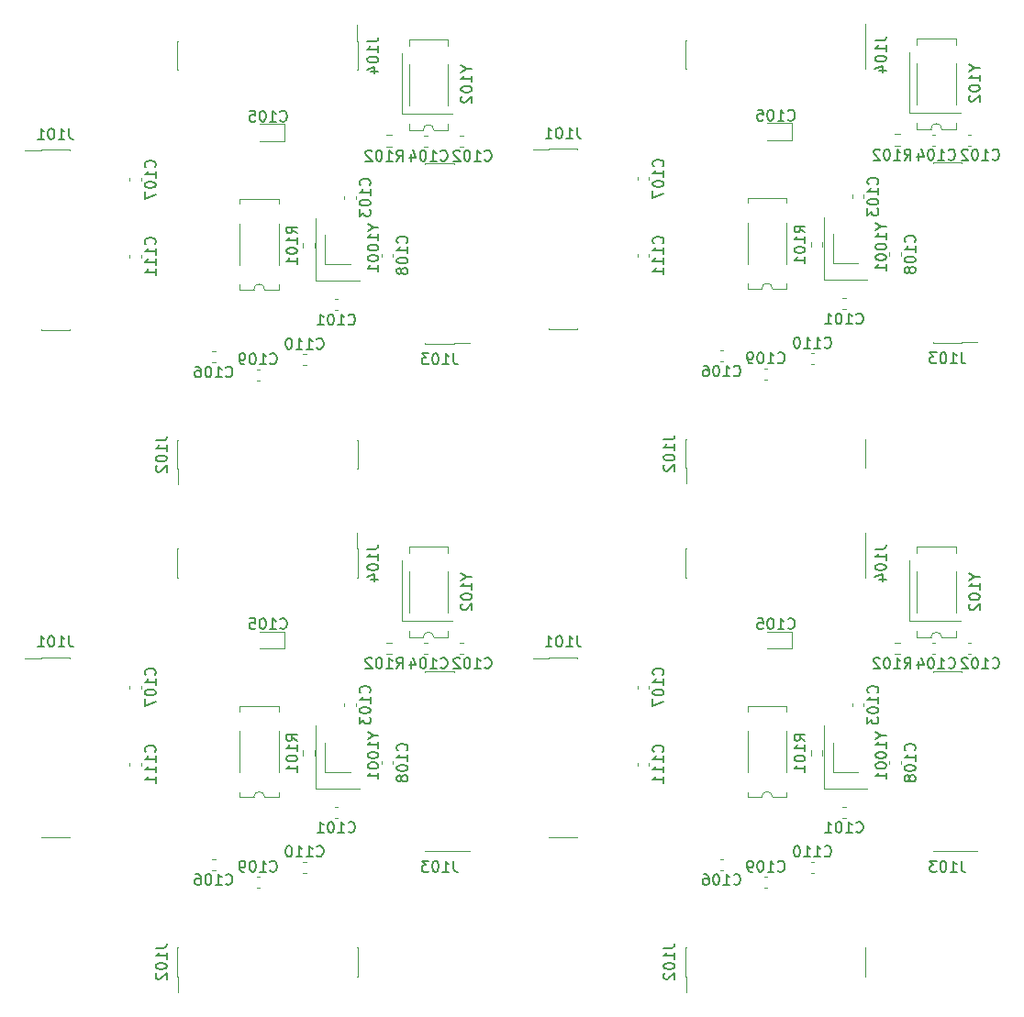
<source format=gbo>
%TF.GenerationSoftware,KiCad,Pcbnew,6.0.7+dfsg-1~bpo11+1*%
%TF.CreationDate,2022-08-31T21:43:44+02:00*%
%TF.ProjectId,PIC32MX795F512L,50494333-324d-4583-9739-35463531324c,rev?*%
%TF.SameCoordinates,Original*%
%TF.FileFunction,Legend,Bot*%
%TF.FilePolarity,Positive*%
%FSLAX46Y46*%
G04 Gerber Fmt 4.6, Leading zero omitted, Abs format (unit mm)*
G04 Created by KiCad (PCBNEW 6.0.7+dfsg-1~bpo11+1) date 2022-08-31 21:43:44*
%MOMM*%
%LPD*%
G01*
G04 APERTURE LIST*
%ADD10C,0.150000*%
%ADD11C,0.120000*%
G04 APERTURE END LIST*
D10*
%TO.C,C104*%
X182475047Y-95500497D02*
X182522666Y-95548116D01*
X182665523Y-95595735D01*
X182760761Y-95595735D01*
X182903619Y-95548116D01*
X182998857Y-95452878D01*
X183046476Y-95357640D01*
X183094095Y-95167164D01*
X183094095Y-95024307D01*
X183046476Y-94833831D01*
X182998857Y-94738593D01*
X182903619Y-94643355D01*
X182760761Y-94595735D01*
X182665523Y-94595735D01*
X182522666Y-94643355D01*
X182475047Y-94690974D01*
X181522666Y-95595735D02*
X182094095Y-95595735D01*
X181808380Y-95595735D02*
X181808380Y-94595735D01*
X181903619Y-94738593D01*
X181998857Y-94833831D01*
X182094095Y-94881450D01*
X180903619Y-94595735D02*
X180808380Y-94595735D01*
X180713142Y-94643355D01*
X180665523Y-94690974D01*
X180617904Y-94786212D01*
X180570285Y-94976688D01*
X180570285Y-95214783D01*
X180617904Y-95405259D01*
X180665523Y-95500497D01*
X180713142Y-95548116D01*
X180808380Y-95595735D01*
X180903619Y-95595735D01*
X180998857Y-95548116D01*
X181046476Y-95500497D01*
X181094095Y-95405259D01*
X181141714Y-95214783D01*
X181141714Y-94976688D01*
X181094095Y-94786212D01*
X181046476Y-94690974D01*
X180998857Y-94643355D01*
X180903619Y-94595735D01*
X179713142Y-94929069D02*
X179713142Y-95595735D01*
X179951238Y-94548116D02*
X180189333Y-95262402D01*
X179570285Y-95262402D01*
%TO.C,C105*%
X167665547Y-91861497D02*
X167713166Y-91909116D01*
X167856023Y-91956735D01*
X167951261Y-91956735D01*
X168094119Y-91909116D01*
X168189357Y-91813878D01*
X168236976Y-91718640D01*
X168284595Y-91528164D01*
X168284595Y-91385307D01*
X168236976Y-91194831D01*
X168189357Y-91099593D01*
X168094119Y-91004355D01*
X167951261Y-90956735D01*
X167856023Y-90956735D01*
X167713166Y-91004355D01*
X167665547Y-91051974D01*
X166713166Y-91956735D02*
X167284595Y-91956735D01*
X166998880Y-91956735D02*
X166998880Y-90956735D01*
X167094119Y-91099593D01*
X167189357Y-91194831D01*
X167284595Y-91242450D01*
X166094119Y-90956735D02*
X165998880Y-90956735D01*
X165903642Y-91004355D01*
X165856023Y-91051974D01*
X165808404Y-91147212D01*
X165760785Y-91337688D01*
X165760785Y-91575783D01*
X165808404Y-91766259D01*
X165856023Y-91861497D01*
X165903642Y-91909116D01*
X165998880Y-91956735D01*
X166094119Y-91956735D01*
X166189357Y-91909116D01*
X166236976Y-91861497D01*
X166284595Y-91766259D01*
X166332214Y-91575783D01*
X166332214Y-91337688D01*
X166284595Y-91147212D01*
X166236976Y-91051974D01*
X166189357Y-91004355D01*
X166094119Y-90956735D01*
X164856023Y-90956735D02*
X165332214Y-90956735D01*
X165379833Y-91432926D01*
X165332214Y-91385307D01*
X165236976Y-91337688D01*
X164998880Y-91337688D01*
X164903642Y-91385307D01*
X164856023Y-91432926D01*
X164808404Y-91528164D01*
X164808404Y-91766259D01*
X164856023Y-91861497D01*
X164903642Y-91909116D01*
X164998880Y-91956735D01*
X165236976Y-91956735D01*
X165332214Y-91909116D01*
X165379833Y-91861497D01*
%TO.C,C109*%
X166740047Y-114263497D02*
X166787666Y-114311116D01*
X166930523Y-114358735D01*
X167025761Y-114358735D01*
X167168619Y-114311116D01*
X167263857Y-114215878D01*
X167311476Y-114120640D01*
X167359095Y-113930164D01*
X167359095Y-113787307D01*
X167311476Y-113596831D01*
X167263857Y-113501593D01*
X167168619Y-113406355D01*
X167025761Y-113358735D01*
X166930523Y-113358735D01*
X166787666Y-113406355D01*
X166740047Y-113453974D01*
X165787666Y-114358735D02*
X166359095Y-114358735D01*
X166073380Y-114358735D02*
X166073380Y-113358735D01*
X166168619Y-113501593D01*
X166263857Y-113596831D01*
X166359095Y-113644450D01*
X165168619Y-113358735D02*
X165073380Y-113358735D01*
X164978142Y-113406355D01*
X164930523Y-113453974D01*
X164882904Y-113549212D01*
X164835285Y-113739688D01*
X164835285Y-113977783D01*
X164882904Y-114168259D01*
X164930523Y-114263497D01*
X164978142Y-114311116D01*
X165073380Y-114358735D01*
X165168619Y-114358735D01*
X165263857Y-114311116D01*
X165311476Y-114263497D01*
X165359095Y-114168259D01*
X165406714Y-113977783D01*
X165406714Y-113739688D01*
X165359095Y-113549212D01*
X165311476Y-113453974D01*
X165263857Y-113406355D01*
X165168619Y-113358735D01*
X164359095Y-114358735D02*
X164168619Y-114358735D01*
X164073380Y-114311116D01*
X164025761Y-114263497D01*
X163930523Y-114120640D01*
X163882904Y-113930164D01*
X163882904Y-113549212D01*
X163930523Y-113453974D01*
X163978142Y-113406355D01*
X164073380Y-113358735D01*
X164263857Y-113358735D01*
X164359095Y-113406355D01*
X164406714Y-113453974D01*
X164454333Y-113549212D01*
X164454333Y-113787307D01*
X164406714Y-113882545D01*
X164359095Y-113930164D01*
X164263857Y-113977783D01*
X164073380Y-113977783D01*
X163978142Y-113930164D01*
X163930523Y-113882545D01*
X163882904Y-113787307D01*
%TO.C,C106*%
X162650047Y-115472497D02*
X162697666Y-115520116D01*
X162840523Y-115567735D01*
X162935761Y-115567735D01*
X163078619Y-115520116D01*
X163173857Y-115424878D01*
X163221476Y-115329640D01*
X163269095Y-115139164D01*
X163269095Y-114996307D01*
X163221476Y-114805831D01*
X163173857Y-114710593D01*
X163078619Y-114615355D01*
X162935761Y-114567735D01*
X162840523Y-114567735D01*
X162697666Y-114615355D01*
X162650047Y-114662974D01*
X161697666Y-115567735D02*
X162269095Y-115567735D01*
X161983380Y-115567735D02*
X161983380Y-114567735D01*
X162078619Y-114710593D01*
X162173857Y-114805831D01*
X162269095Y-114853450D01*
X161078619Y-114567735D02*
X160983380Y-114567735D01*
X160888142Y-114615355D01*
X160840523Y-114662974D01*
X160792904Y-114758212D01*
X160745285Y-114948688D01*
X160745285Y-115186783D01*
X160792904Y-115377259D01*
X160840523Y-115472497D01*
X160888142Y-115520116D01*
X160983380Y-115567735D01*
X161078619Y-115567735D01*
X161173857Y-115520116D01*
X161221476Y-115472497D01*
X161269095Y-115377259D01*
X161316714Y-115186783D01*
X161316714Y-114948688D01*
X161269095Y-114758212D01*
X161221476Y-114662974D01*
X161173857Y-114615355D01*
X161078619Y-114567735D01*
X159888142Y-114567735D02*
X160078619Y-114567735D01*
X160173857Y-114615355D01*
X160221476Y-114662974D01*
X160316714Y-114805831D01*
X160364333Y-114996307D01*
X160364333Y-115377259D01*
X160316714Y-115472497D01*
X160269095Y-115520116D01*
X160173857Y-115567735D01*
X159983380Y-115567735D01*
X159888142Y-115520116D01*
X159840523Y-115472497D01*
X159792904Y-115377259D01*
X159792904Y-115139164D01*
X159840523Y-115043926D01*
X159888142Y-114996307D01*
X159983380Y-114948688D01*
X160173857Y-114948688D01*
X160269095Y-114996307D01*
X160316714Y-115043926D01*
X160364333Y-115139164D01*
%TO.C,Y1001*%
X176252190Y-101747593D02*
X176728380Y-101747593D01*
X175728380Y-101414259D02*
X176252190Y-101747593D01*
X175728380Y-102080926D01*
X176728380Y-102938069D02*
X176728380Y-102366640D01*
X176728380Y-102652355D02*
X175728380Y-102652355D01*
X175871238Y-102557116D01*
X175966476Y-102461878D01*
X176014095Y-102366640D01*
X175728380Y-103557116D02*
X175728380Y-103652355D01*
X175776000Y-103747593D01*
X175823619Y-103795212D01*
X175918857Y-103842831D01*
X176109333Y-103890450D01*
X176347428Y-103890450D01*
X176537904Y-103842831D01*
X176633142Y-103795212D01*
X176680761Y-103747593D01*
X176728380Y-103652355D01*
X176728380Y-103557116D01*
X176680761Y-103461878D01*
X176633142Y-103414259D01*
X176537904Y-103366640D01*
X176347428Y-103319021D01*
X176109333Y-103319021D01*
X175918857Y-103366640D01*
X175823619Y-103414259D01*
X175776000Y-103461878D01*
X175728380Y-103557116D01*
X175728380Y-104509497D02*
X175728380Y-104604735D01*
X175776000Y-104699974D01*
X175823619Y-104747593D01*
X175918857Y-104795212D01*
X176109333Y-104842831D01*
X176347428Y-104842831D01*
X176537904Y-104795212D01*
X176633142Y-104747593D01*
X176680761Y-104699974D01*
X176728380Y-104604735D01*
X176728380Y-104509497D01*
X176680761Y-104414259D01*
X176633142Y-104366640D01*
X176537904Y-104319021D01*
X176347428Y-104271402D01*
X176109333Y-104271402D01*
X175918857Y-104319021D01*
X175823619Y-104366640D01*
X175776000Y-104414259D01*
X175728380Y-104509497D01*
X176728380Y-105795212D02*
X176728380Y-105223783D01*
X176728380Y-105509497D02*
X175728380Y-105509497D01*
X175871238Y-105414259D01*
X175966476Y-105319021D01*
X176014095Y-105223783D01*
%TO.C,C103*%
X175904142Y-97834307D02*
X175951761Y-97786688D01*
X175999380Y-97643831D01*
X175999380Y-97548593D01*
X175951761Y-97405735D01*
X175856523Y-97310497D01*
X175761285Y-97262878D01*
X175570809Y-97215259D01*
X175427952Y-97215259D01*
X175237476Y-97262878D01*
X175142238Y-97310497D01*
X175047000Y-97405735D01*
X174999380Y-97548593D01*
X174999380Y-97643831D01*
X175047000Y-97786688D01*
X175094619Y-97834307D01*
X175999380Y-98786688D02*
X175999380Y-98215259D01*
X175999380Y-98500974D02*
X174999380Y-98500974D01*
X175142238Y-98405735D01*
X175237476Y-98310497D01*
X175285095Y-98215259D01*
X174999380Y-99405735D02*
X174999380Y-99500974D01*
X175047000Y-99596212D01*
X175094619Y-99643831D01*
X175189857Y-99691450D01*
X175380333Y-99739069D01*
X175618428Y-99739069D01*
X175808904Y-99691450D01*
X175904142Y-99643831D01*
X175951761Y-99596212D01*
X175999380Y-99500974D01*
X175999380Y-99405735D01*
X175951761Y-99310497D01*
X175904142Y-99262878D01*
X175808904Y-99215259D01*
X175618428Y-99167640D01*
X175380333Y-99167640D01*
X175189857Y-99215259D01*
X175094619Y-99262878D01*
X175047000Y-99310497D01*
X174999380Y-99405735D01*
X174999380Y-100072402D02*
X174999380Y-100691450D01*
X175380333Y-100358116D01*
X175380333Y-100500974D01*
X175427952Y-100596212D01*
X175475571Y-100643831D01*
X175570809Y-100691450D01*
X175808904Y-100691450D01*
X175904142Y-100643831D01*
X175951761Y-100596212D01*
X175999380Y-100500974D01*
X175999380Y-100215259D01*
X175951761Y-100120021D01*
X175904142Y-100072402D01*
%TO.C,C107*%
X156092142Y-96183307D02*
X156139761Y-96135688D01*
X156187380Y-95992831D01*
X156187380Y-95897593D01*
X156139761Y-95754735D01*
X156044523Y-95659497D01*
X155949285Y-95611878D01*
X155758809Y-95564259D01*
X155615952Y-95564259D01*
X155425476Y-95611878D01*
X155330238Y-95659497D01*
X155235000Y-95754735D01*
X155187380Y-95897593D01*
X155187380Y-95992831D01*
X155235000Y-96135688D01*
X155282619Y-96183307D01*
X156187380Y-97135688D02*
X156187380Y-96564259D01*
X156187380Y-96849974D02*
X155187380Y-96849974D01*
X155330238Y-96754735D01*
X155425476Y-96659497D01*
X155473095Y-96564259D01*
X155187380Y-97754735D02*
X155187380Y-97849974D01*
X155235000Y-97945212D01*
X155282619Y-97992831D01*
X155377857Y-98040450D01*
X155568333Y-98088069D01*
X155806428Y-98088069D01*
X155996904Y-98040450D01*
X156092142Y-97992831D01*
X156139761Y-97945212D01*
X156187380Y-97849974D01*
X156187380Y-97754735D01*
X156139761Y-97659497D01*
X156092142Y-97611878D01*
X155996904Y-97564259D01*
X155806428Y-97516640D01*
X155568333Y-97516640D01*
X155377857Y-97564259D01*
X155282619Y-97611878D01*
X155235000Y-97659497D01*
X155187380Y-97754735D01*
X155187380Y-98421402D02*
X155187380Y-99088069D01*
X156187380Y-98659497D01*
%TO.C,J102*%
X156194380Y-121394640D02*
X156908666Y-121394640D01*
X157051523Y-121347021D01*
X157146761Y-121251783D01*
X157194380Y-121108926D01*
X157194380Y-121013688D01*
X157194380Y-122394640D02*
X157194380Y-121823212D01*
X157194380Y-122108926D02*
X156194380Y-122108926D01*
X156337238Y-122013688D01*
X156432476Y-121918450D01*
X156480095Y-121823212D01*
X156194380Y-123013688D02*
X156194380Y-123108926D01*
X156242000Y-123204164D01*
X156289619Y-123251783D01*
X156384857Y-123299402D01*
X156575333Y-123347021D01*
X156813428Y-123347021D01*
X157003904Y-123299402D01*
X157099142Y-123251783D01*
X157146761Y-123204164D01*
X157194380Y-123108926D01*
X157194380Y-123013688D01*
X157146761Y-122918450D01*
X157099142Y-122870831D01*
X157003904Y-122823212D01*
X156813428Y-122775593D01*
X156575333Y-122775593D01*
X156384857Y-122823212D01*
X156289619Y-122870831D01*
X156242000Y-122918450D01*
X156194380Y-123013688D01*
X156289619Y-123727974D02*
X156242000Y-123775593D01*
X156194380Y-123870831D01*
X156194380Y-124108926D01*
X156242000Y-124204164D01*
X156289619Y-124251783D01*
X156384857Y-124299402D01*
X156480095Y-124299402D01*
X156622952Y-124251783D01*
X157194380Y-123680355D01*
X157194380Y-124299402D01*
%TO.C,J101*%
X148202714Y-92587735D02*
X148202714Y-93302021D01*
X148250333Y-93444878D01*
X148345571Y-93540116D01*
X148488428Y-93587735D01*
X148583666Y-93587735D01*
X147202714Y-93587735D02*
X147774142Y-93587735D01*
X147488428Y-93587735D02*
X147488428Y-92587735D01*
X147583666Y-92730593D01*
X147678904Y-92825831D01*
X147774142Y-92873450D01*
X146583666Y-92587735D02*
X146488428Y-92587735D01*
X146393190Y-92635355D01*
X146345571Y-92682974D01*
X146297952Y-92778212D01*
X146250333Y-92968688D01*
X146250333Y-93206783D01*
X146297952Y-93397259D01*
X146345571Y-93492497D01*
X146393190Y-93540116D01*
X146488428Y-93587735D01*
X146583666Y-93587735D01*
X146678904Y-93540116D01*
X146726523Y-93492497D01*
X146774142Y-93397259D01*
X146821761Y-93206783D01*
X146821761Y-92968688D01*
X146774142Y-92778212D01*
X146726523Y-92682974D01*
X146678904Y-92635355D01*
X146583666Y-92587735D01*
X145297952Y-93587735D02*
X145869380Y-93587735D01*
X145583666Y-93587735D02*
X145583666Y-92587735D01*
X145678904Y-92730593D01*
X145774142Y-92825831D01*
X145869380Y-92873450D01*
%TO.C,C101*%
X173966047Y-110646497D02*
X174013666Y-110694116D01*
X174156523Y-110741735D01*
X174251761Y-110741735D01*
X174394619Y-110694116D01*
X174489857Y-110598878D01*
X174537476Y-110503640D01*
X174585095Y-110313164D01*
X174585095Y-110170307D01*
X174537476Y-109979831D01*
X174489857Y-109884593D01*
X174394619Y-109789355D01*
X174251761Y-109741735D01*
X174156523Y-109741735D01*
X174013666Y-109789355D01*
X173966047Y-109836974D01*
X173013666Y-110741735D02*
X173585095Y-110741735D01*
X173299380Y-110741735D02*
X173299380Y-109741735D01*
X173394619Y-109884593D01*
X173489857Y-109979831D01*
X173585095Y-110027450D01*
X172394619Y-109741735D02*
X172299380Y-109741735D01*
X172204142Y-109789355D01*
X172156523Y-109836974D01*
X172108904Y-109932212D01*
X172061285Y-110122688D01*
X172061285Y-110360783D01*
X172108904Y-110551259D01*
X172156523Y-110646497D01*
X172204142Y-110694116D01*
X172299380Y-110741735D01*
X172394619Y-110741735D01*
X172489857Y-110694116D01*
X172537476Y-110646497D01*
X172585095Y-110551259D01*
X172632714Y-110360783D01*
X172632714Y-110122688D01*
X172585095Y-109932212D01*
X172537476Y-109836974D01*
X172489857Y-109789355D01*
X172394619Y-109741735D01*
X171108904Y-110741735D02*
X171680333Y-110741735D01*
X171394619Y-110741735D02*
X171394619Y-109741735D01*
X171489857Y-109884593D01*
X171585095Y-109979831D01*
X171680333Y-110027450D01*
%TO.C,R102*%
X178411047Y-95595735D02*
X178744380Y-95119545D01*
X178982476Y-95595735D02*
X178982476Y-94595735D01*
X178601523Y-94595735D01*
X178506285Y-94643355D01*
X178458666Y-94690974D01*
X178411047Y-94786212D01*
X178411047Y-94929069D01*
X178458666Y-95024307D01*
X178506285Y-95071926D01*
X178601523Y-95119545D01*
X178982476Y-95119545D01*
X177458666Y-95595735D02*
X178030095Y-95595735D01*
X177744380Y-95595735D02*
X177744380Y-94595735D01*
X177839619Y-94738593D01*
X177934857Y-94833831D01*
X178030095Y-94881450D01*
X176839619Y-94595735D02*
X176744380Y-94595735D01*
X176649142Y-94643355D01*
X176601523Y-94690974D01*
X176553904Y-94786212D01*
X176506285Y-94976688D01*
X176506285Y-95214783D01*
X176553904Y-95405259D01*
X176601523Y-95500497D01*
X176649142Y-95548116D01*
X176744380Y-95595735D01*
X176839619Y-95595735D01*
X176934857Y-95548116D01*
X176982476Y-95500497D01*
X177030095Y-95405259D01*
X177077714Y-95214783D01*
X177077714Y-94976688D01*
X177030095Y-94786212D01*
X176982476Y-94690974D01*
X176934857Y-94643355D01*
X176839619Y-94595735D01*
X176125333Y-94690974D02*
X176077714Y-94643355D01*
X175982476Y-94595735D01*
X175744380Y-94595735D01*
X175649142Y-94643355D01*
X175601523Y-94690974D01*
X175553904Y-94786212D01*
X175553904Y-94881450D01*
X175601523Y-95024307D01*
X176172952Y-95595735D01*
X175553904Y-95595735D01*
%TO.C,C110*%
X171045047Y-112866497D02*
X171092666Y-112914116D01*
X171235523Y-112961735D01*
X171330761Y-112961735D01*
X171473619Y-112914116D01*
X171568857Y-112818878D01*
X171616476Y-112723640D01*
X171664095Y-112533164D01*
X171664095Y-112390307D01*
X171616476Y-112199831D01*
X171568857Y-112104593D01*
X171473619Y-112009355D01*
X171330761Y-111961735D01*
X171235523Y-111961735D01*
X171092666Y-112009355D01*
X171045047Y-112056974D01*
X170092666Y-112961735D02*
X170664095Y-112961735D01*
X170378380Y-112961735D02*
X170378380Y-111961735D01*
X170473619Y-112104593D01*
X170568857Y-112199831D01*
X170664095Y-112247450D01*
X169140285Y-112961735D02*
X169711714Y-112961735D01*
X169426000Y-112961735D02*
X169426000Y-111961735D01*
X169521238Y-112104593D01*
X169616476Y-112199831D01*
X169711714Y-112247450D01*
X168521238Y-111961735D02*
X168426000Y-111961735D01*
X168330761Y-112009355D01*
X168283142Y-112056974D01*
X168235523Y-112152212D01*
X168187904Y-112342688D01*
X168187904Y-112580783D01*
X168235523Y-112771259D01*
X168283142Y-112866497D01*
X168330761Y-112914116D01*
X168426000Y-112961735D01*
X168521238Y-112961735D01*
X168616476Y-112914116D01*
X168664095Y-112866497D01*
X168711714Y-112771259D01*
X168759333Y-112580783D01*
X168759333Y-112342688D01*
X168711714Y-112152212D01*
X168664095Y-112056974D01*
X168616476Y-112009355D01*
X168521238Y-111961735D01*
%TO.C,J104*%
X175704380Y-84564640D02*
X176418666Y-84564640D01*
X176561523Y-84517021D01*
X176656761Y-84421783D01*
X176704380Y-84278926D01*
X176704380Y-84183688D01*
X176704380Y-85564640D02*
X176704380Y-84993212D01*
X176704380Y-85278926D02*
X175704380Y-85278926D01*
X175847238Y-85183688D01*
X175942476Y-85088450D01*
X175990095Y-84993212D01*
X175704380Y-86183688D02*
X175704380Y-86278926D01*
X175752000Y-86374164D01*
X175799619Y-86421783D01*
X175894857Y-86469402D01*
X176085333Y-86517021D01*
X176323428Y-86517021D01*
X176513904Y-86469402D01*
X176609142Y-86421783D01*
X176656761Y-86374164D01*
X176704380Y-86278926D01*
X176704380Y-86183688D01*
X176656761Y-86088450D01*
X176609142Y-86040831D01*
X176513904Y-85993212D01*
X176323428Y-85945593D01*
X176085333Y-85945593D01*
X175894857Y-85993212D01*
X175799619Y-86040831D01*
X175752000Y-86088450D01*
X175704380Y-86183688D01*
X176037714Y-87374164D02*
X176704380Y-87374164D01*
X175656761Y-87136069D02*
X176371047Y-86897974D01*
X176371047Y-87517021D01*
%TO.C,C111*%
X156092142Y-103295307D02*
X156139761Y-103247688D01*
X156187380Y-103104831D01*
X156187380Y-103009593D01*
X156139761Y-102866735D01*
X156044523Y-102771497D01*
X155949285Y-102723878D01*
X155758809Y-102676259D01*
X155615952Y-102676259D01*
X155425476Y-102723878D01*
X155330238Y-102771497D01*
X155235000Y-102866735D01*
X155187380Y-103009593D01*
X155187380Y-103104831D01*
X155235000Y-103247688D01*
X155282619Y-103295307D01*
X156187380Y-104247688D02*
X156187380Y-103676259D01*
X156187380Y-103961974D02*
X155187380Y-103961974D01*
X155330238Y-103866735D01*
X155425476Y-103771497D01*
X155473095Y-103676259D01*
X156187380Y-105200069D02*
X156187380Y-104628640D01*
X156187380Y-104914355D02*
X155187380Y-104914355D01*
X155330238Y-104819116D01*
X155425476Y-104723878D01*
X155473095Y-104628640D01*
X156187380Y-106152450D02*
X156187380Y-105581021D01*
X156187380Y-105866735D02*
X155187380Y-105866735D01*
X155330238Y-105771497D01*
X155425476Y-105676259D01*
X155473095Y-105581021D01*
%TO.C,Y102*%
X184882190Y-87110783D02*
X185358380Y-87110783D01*
X184358380Y-86777450D02*
X184882190Y-87110783D01*
X184358380Y-87444116D01*
X185358380Y-88301259D02*
X185358380Y-87729831D01*
X185358380Y-88015545D02*
X184358380Y-88015545D01*
X184501238Y-87920307D01*
X184596476Y-87825069D01*
X184644095Y-87729831D01*
X184358380Y-88920307D02*
X184358380Y-89015545D01*
X184406000Y-89110783D01*
X184453619Y-89158402D01*
X184548857Y-89206021D01*
X184739333Y-89253640D01*
X184977428Y-89253640D01*
X185167904Y-89206021D01*
X185263142Y-89158402D01*
X185310761Y-89110783D01*
X185358380Y-89015545D01*
X185358380Y-88920307D01*
X185310761Y-88825069D01*
X185263142Y-88777450D01*
X185167904Y-88729831D01*
X184977428Y-88682212D01*
X184739333Y-88682212D01*
X184548857Y-88729831D01*
X184453619Y-88777450D01*
X184406000Y-88825069D01*
X184358380Y-88920307D01*
X184453619Y-89634593D02*
X184406000Y-89682212D01*
X184358380Y-89777450D01*
X184358380Y-90015545D01*
X184406000Y-90110783D01*
X184453619Y-90158402D01*
X184548857Y-90206021D01*
X184644095Y-90206021D01*
X184786952Y-90158402D01*
X185358380Y-89586974D01*
X185358380Y-90206021D01*
%TO.C,J103*%
X183657714Y-113367735D02*
X183657714Y-114082021D01*
X183705333Y-114224878D01*
X183800571Y-114320116D01*
X183943428Y-114367735D01*
X184038666Y-114367735D01*
X182657714Y-114367735D02*
X183229142Y-114367735D01*
X182943428Y-114367735D02*
X182943428Y-113367735D01*
X183038666Y-113510593D01*
X183133904Y-113605831D01*
X183229142Y-113653450D01*
X182038666Y-113367735D02*
X181943428Y-113367735D01*
X181848190Y-113415355D01*
X181800571Y-113462974D01*
X181752952Y-113558212D01*
X181705333Y-113748688D01*
X181705333Y-113986783D01*
X181752952Y-114177259D01*
X181800571Y-114272497D01*
X181848190Y-114320116D01*
X181943428Y-114367735D01*
X182038666Y-114367735D01*
X182133904Y-114320116D01*
X182181523Y-114272497D01*
X182229142Y-114177259D01*
X182276761Y-113986783D01*
X182276761Y-113748688D01*
X182229142Y-113558212D01*
X182181523Y-113462974D01*
X182133904Y-113415355D01*
X182038666Y-113367735D01*
X181372000Y-113367735D02*
X180752952Y-113367735D01*
X181086285Y-113748688D01*
X180943428Y-113748688D01*
X180848190Y-113796307D01*
X180800571Y-113843926D01*
X180752952Y-113939164D01*
X180752952Y-114177259D01*
X180800571Y-114272497D01*
X180848190Y-114320116D01*
X180943428Y-114367735D01*
X181229142Y-114367735D01*
X181324380Y-114320116D01*
X181372000Y-114272497D01*
%TO.C,C102*%
X186539047Y-95500497D02*
X186586666Y-95548116D01*
X186729523Y-95595735D01*
X186824761Y-95595735D01*
X186967619Y-95548116D01*
X187062857Y-95452878D01*
X187110476Y-95357640D01*
X187158095Y-95167164D01*
X187158095Y-95024307D01*
X187110476Y-94833831D01*
X187062857Y-94738593D01*
X186967619Y-94643355D01*
X186824761Y-94595735D01*
X186729523Y-94595735D01*
X186586666Y-94643355D01*
X186539047Y-94690974D01*
X185586666Y-95595735D02*
X186158095Y-95595735D01*
X185872380Y-95595735D02*
X185872380Y-94595735D01*
X185967619Y-94738593D01*
X186062857Y-94833831D01*
X186158095Y-94881450D01*
X184967619Y-94595735D02*
X184872380Y-94595735D01*
X184777142Y-94643355D01*
X184729523Y-94690974D01*
X184681904Y-94786212D01*
X184634285Y-94976688D01*
X184634285Y-95214783D01*
X184681904Y-95405259D01*
X184729523Y-95500497D01*
X184777142Y-95548116D01*
X184872380Y-95595735D01*
X184967619Y-95595735D01*
X185062857Y-95548116D01*
X185110476Y-95500497D01*
X185158095Y-95405259D01*
X185205714Y-95214783D01*
X185205714Y-94976688D01*
X185158095Y-94786212D01*
X185110476Y-94690974D01*
X185062857Y-94643355D01*
X184967619Y-94595735D01*
X184253333Y-94690974D02*
X184205714Y-94643355D01*
X184110476Y-94595735D01*
X183872380Y-94595735D01*
X183777142Y-94643355D01*
X183729523Y-94690974D01*
X183681904Y-94786212D01*
X183681904Y-94881450D01*
X183729523Y-95024307D01*
X184300952Y-95595735D01*
X183681904Y-95595735D01*
%TO.C,C108*%
X179333142Y-103168307D02*
X179380761Y-103120688D01*
X179428380Y-102977831D01*
X179428380Y-102882593D01*
X179380761Y-102739735D01*
X179285523Y-102644497D01*
X179190285Y-102596878D01*
X178999809Y-102549259D01*
X178856952Y-102549259D01*
X178666476Y-102596878D01*
X178571238Y-102644497D01*
X178476000Y-102739735D01*
X178428380Y-102882593D01*
X178428380Y-102977831D01*
X178476000Y-103120688D01*
X178523619Y-103168307D01*
X179428380Y-104120688D02*
X179428380Y-103549259D01*
X179428380Y-103834974D02*
X178428380Y-103834974D01*
X178571238Y-103739735D01*
X178666476Y-103644497D01*
X178714095Y-103549259D01*
X178428380Y-104739735D02*
X178428380Y-104834974D01*
X178476000Y-104930212D01*
X178523619Y-104977831D01*
X178618857Y-105025450D01*
X178809333Y-105073069D01*
X179047428Y-105073069D01*
X179237904Y-105025450D01*
X179333142Y-104977831D01*
X179380761Y-104930212D01*
X179428380Y-104834974D01*
X179428380Y-104739735D01*
X179380761Y-104644497D01*
X179333142Y-104596878D01*
X179237904Y-104549259D01*
X179047428Y-104501640D01*
X178809333Y-104501640D01*
X178618857Y-104549259D01*
X178523619Y-104596878D01*
X178476000Y-104644497D01*
X178428380Y-104739735D01*
X178856952Y-105644497D02*
X178809333Y-105549259D01*
X178761714Y-105501640D01*
X178666476Y-105454021D01*
X178618857Y-105454021D01*
X178523619Y-105501640D01*
X178476000Y-105549259D01*
X178428380Y-105644497D01*
X178428380Y-105834974D01*
X178476000Y-105930212D01*
X178523619Y-105977831D01*
X178618857Y-106025450D01*
X178666476Y-106025450D01*
X178761714Y-105977831D01*
X178809333Y-105930212D01*
X178856952Y-105834974D01*
X178856952Y-105644497D01*
X178904571Y-105549259D01*
X178952190Y-105501640D01*
X179047428Y-105454021D01*
X179237904Y-105454021D01*
X179333142Y-105501640D01*
X179380761Y-105549259D01*
X179428380Y-105644497D01*
X179428380Y-105834974D01*
X179380761Y-105930212D01*
X179333142Y-105977831D01*
X179237904Y-106025450D01*
X179047428Y-106025450D01*
X178952190Y-105977831D01*
X178904571Y-105930212D01*
X178856952Y-105834974D01*
%TO.C,R101*%
X169235380Y-102279307D02*
X168759190Y-101945974D01*
X169235380Y-101707878D02*
X168235380Y-101707878D01*
X168235380Y-102088831D01*
X168283000Y-102184069D01*
X168330619Y-102231688D01*
X168425857Y-102279307D01*
X168568714Y-102279307D01*
X168663952Y-102231688D01*
X168711571Y-102184069D01*
X168759190Y-102088831D01*
X168759190Y-101707878D01*
X169235380Y-103231688D02*
X169235380Y-102660259D01*
X169235380Y-102945974D02*
X168235380Y-102945974D01*
X168378238Y-102850735D01*
X168473476Y-102755497D01*
X168521095Y-102660259D01*
X168235380Y-103850735D02*
X168235380Y-103945974D01*
X168283000Y-104041212D01*
X168330619Y-104088831D01*
X168425857Y-104136450D01*
X168616333Y-104184069D01*
X168854428Y-104184069D01*
X169044904Y-104136450D01*
X169140142Y-104088831D01*
X169187761Y-104041212D01*
X169235380Y-103945974D01*
X169235380Y-103850735D01*
X169187761Y-103755497D01*
X169140142Y-103707878D01*
X169044904Y-103660259D01*
X168854428Y-103612640D01*
X168616333Y-103612640D01*
X168425857Y-103660259D01*
X168330619Y-103707878D01*
X168283000Y-103755497D01*
X168235380Y-103850735D01*
X169235380Y-105136450D02*
X169235380Y-104565021D01*
X169235380Y-104850735D02*
X168235380Y-104850735D01*
X168378238Y-104755497D01*
X168473476Y-104660259D01*
X168521095Y-104565021D01*
%TO.C,C104*%
X135612047Y-95500497D02*
X135659666Y-95548116D01*
X135802523Y-95595735D01*
X135897761Y-95595735D01*
X136040619Y-95548116D01*
X136135857Y-95452878D01*
X136183476Y-95357640D01*
X136231095Y-95167164D01*
X136231095Y-95024307D01*
X136183476Y-94833831D01*
X136135857Y-94738593D01*
X136040619Y-94643355D01*
X135897761Y-94595735D01*
X135802523Y-94595735D01*
X135659666Y-94643355D01*
X135612047Y-94690974D01*
X134659666Y-95595735D02*
X135231095Y-95595735D01*
X134945380Y-95595735D02*
X134945380Y-94595735D01*
X135040619Y-94738593D01*
X135135857Y-94833831D01*
X135231095Y-94881450D01*
X134040619Y-94595735D02*
X133945380Y-94595735D01*
X133850142Y-94643355D01*
X133802523Y-94690974D01*
X133754904Y-94786212D01*
X133707285Y-94976688D01*
X133707285Y-95214783D01*
X133754904Y-95405259D01*
X133802523Y-95500497D01*
X133850142Y-95548116D01*
X133945380Y-95595735D01*
X134040619Y-95595735D01*
X134135857Y-95548116D01*
X134183476Y-95500497D01*
X134231095Y-95405259D01*
X134278714Y-95214783D01*
X134278714Y-94976688D01*
X134231095Y-94786212D01*
X134183476Y-94690974D01*
X134135857Y-94643355D01*
X134040619Y-94595735D01*
X132850142Y-94929069D02*
X132850142Y-95595735D01*
X133088238Y-94548116D02*
X133326333Y-95262402D01*
X132707285Y-95262402D01*
%TO.C,C105*%
X120802547Y-91861497D02*
X120850166Y-91909116D01*
X120993023Y-91956735D01*
X121088261Y-91956735D01*
X121231119Y-91909116D01*
X121326357Y-91813878D01*
X121373976Y-91718640D01*
X121421595Y-91528164D01*
X121421595Y-91385307D01*
X121373976Y-91194831D01*
X121326357Y-91099593D01*
X121231119Y-91004355D01*
X121088261Y-90956735D01*
X120993023Y-90956735D01*
X120850166Y-91004355D01*
X120802547Y-91051974D01*
X119850166Y-91956735D02*
X120421595Y-91956735D01*
X120135880Y-91956735D02*
X120135880Y-90956735D01*
X120231119Y-91099593D01*
X120326357Y-91194831D01*
X120421595Y-91242450D01*
X119231119Y-90956735D02*
X119135880Y-90956735D01*
X119040642Y-91004355D01*
X118993023Y-91051974D01*
X118945404Y-91147212D01*
X118897785Y-91337688D01*
X118897785Y-91575783D01*
X118945404Y-91766259D01*
X118993023Y-91861497D01*
X119040642Y-91909116D01*
X119135880Y-91956735D01*
X119231119Y-91956735D01*
X119326357Y-91909116D01*
X119373976Y-91861497D01*
X119421595Y-91766259D01*
X119469214Y-91575783D01*
X119469214Y-91337688D01*
X119421595Y-91147212D01*
X119373976Y-91051974D01*
X119326357Y-91004355D01*
X119231119Y-90956735D01*
X117993023Y-90956735D02*
X118469214Y-90956735D01*
X118516833Y-91432926D01*
X118469214Y-91385307D01*
X118373976Y-91337688D01*
X118135880Y-91337688D01*
X118040642Y-91385307D01*
X117993023Y-91432926D01*
X117945404Y-91528164D01*
X117945404Y-91766259D01*
X117993023Y-91861497D01*
X118040642Y-91909116D01*
X118135880Y-91956735D01*
X118373976Y-91956735D01*
X118469214Y-91909116D01*
X118516833Y-91861497D01*
%TO.C,C109*%
X119877047Y-114263497D02*
X119924666Y-114311116D01*
X120067523Y-114358735D01*
X120162761Y-114358735D01*
X120305619Y-114311116D01*
X120400857Y-114215878D01*
X120448476Y-114120640D01*
X120496095Y-113930164D01*
X120496095Y-113787307D01*
X120448476Y-113596831D01*
X120400857Y-113501593D01*
X120305619Y-113406355D01*
X120162761Y-113358735D01*
X120067523Y-113358735D01*
X119924666Y-113406355D01*
X119877047Y-113453974D01*
X118924666Y-114358735D02*
X119496095Y-114358735D01*
X119210380Y-114358735D02*
X119210380Y-113358735D01*
X119305619Y-113501593D01*
X119400857Y-113596831D01*
X119496095Y-113644450D01*
X118305619Y-113358735D02*
X118210380Y-113358735D01*
X118115142Y-113406355D01*
X118067523Y-113453974D01*
X118019904Y-113549212D01*
X117972285Y-113739688D01*
X117972285Y-113977783D01*
X118019904Y-114168259D01*
X118067523Y-114263497D01*
X118115142Y-114311116D01*
X118210380Y-114358735D01*
X118305619Y-114358735D01*
X118400857Y-114311116D01*
X118448476Y-114263497D01*
X118496095Y-114168259D01*
X118543714Y-113977783D01*
X118543714Y-113739688D01*
X118496095Y-113549212D01*
X118448476Y-113453974D01*
X118400857Y-113406355D01*
X118305619Y-113358735D01*
X117496095Y-114358735D02*
X117305619Y-114358735D01*
X117210380Y-114311116D01*
X117162761Y-114263497D01*
X117067523Y-114120640D01*
X117019904Y-113930164D01*
X117019904Y-113549212D01*
X117067523Y-113453974D01*
X117115142Y-113406355D01*
X117210380Y-113358735D01*
X117400857Y-113358735D01*
X117496095Y-113406355D01*
X117543714Y-113453974D01*
X117591333Y-113549212D01*
X117591333Y-113787307D01*
X117543714Y-113882545D01*
X117496095Y-113930164D01*
X117400857Y-113977783D01*
X117210380Y-113977783D01*
X117115142Y-113930164D01*
X117067523Y-113882545D01*
X117019904Y-113787307D01*
%TO.C,C106*%
X115787047Y-115472497D02*
X115834666Y-115520116D01*
X115977523Y-115567735D01*
X116072761Y-115567735D01*
X116215619Y-115520116D01*
X116310857Y-115424878D01*
X116358476Y-115329640D01*
X116406095Y-115139164D01*
X116406095Y-114996307D01*
X116358476Y-114805831D01*
X116310857Y-114710593D01*
X116215619Y-114615355D01*
X116072761Y-114567735D01*
X115977523Y-114567735D01*
X115834666Y-114615355D01*
X115787047Y-114662974D01*
X114834666Y-115567735D02*
X115406095Y-115567735D01*
X115120380Y-115567735D02*
X115120380Y-114567735D01*
X115215619Y-114710593D01*
X115310857Y-114805831D01*
X115406095Y-114853450D01*
X114215619Y-114567735D02*
X114120380Y-114567735D01*
X114025142Y-114615355D01*
X113977523Y-114662974D01*
X113929904Y-114758212D01*
X113882285Y-114948688D01*
X113882285Y-115186783D01*
X113929904Y-115377259D01*
X113977523Y-115472497D01*
X114025142Y-115520116D01*
X114120380Y-115567735D01*
X114215619Y-115567735D01*
X114310857Y-115520116D01*
X114358476Y-115472497D01*
X114406095Y-115377259D01*
X114453714Y-115186783D01*
X114453714Y-114948688D01*
X114406095Y-114758212D01*
X114358476Y-114662974D01*
X114310857Y-114615355D01*
X114215619Y-114567735D01*
X113025142Y-114567735D02*
X113215619Y-114567735D01*
X113310857Y-114615355D01*
X113358476Y-114662974D01*
X113453714Y-114805831D01*
X113501333Y-114996307D01*
X113501333Y-115377259D01*
X113453714Y-115472497D01*
X113406095Y-115520116D01*
X113310857Y-115567735D01*
X113120380Y-115567735D01*
X113025142Y-115520116D01*
X112977523Y-115472497D01*
X112929904Y-115377259D01*
X112929904Y-115139164D01*
X112977523Y-115043926D01*
X113025142Y-114996307D01*
X113120380Y-114948688D01*
X113310857Y-114948688D01*
X113406095Y-114996307D01*
X113453714Y-115043926D01*
X113501333Y-115139164D01*
%TO.C,Y1001*%
X129389190Y-101747593D02*
X129865380Y-101747593D01*
X128865380Y-101414259D02*
X129389190Y-101747593D01*
X128865380Y-102080926D01*
X129865380Y-102938069D02*
X129865380Y-102366640D01*
X129865380Y-102652355D02*
X128865380Y-102652355D01*
X129008238Y-102557116D01*
X129103476Y-102461878D01*
X129151095Y-102366640D01*
X128865380Y-103557116D02*
X128865380Y-103652355D01*
X128913000Y-103747593D01*
X128960619Y-103795212D01*
X129055857Y-103842831D01*
X129246333Y-103890450D01*
X129484428Y-103890450D01*
X129674904Y-103842831D01*
X129770142Y-103795212D01*
X129817761Y-103747593D01*
X129865380Y-103652355D01*
X129865380Y-103557116D01*
X129817761Y-103461878D01*
X129770142Y-103414259D01*
X129674904Y-103366640D01*
X129484428Y-103319021D01*
X129246333Y-103319021D01*
X129055857Y-103366640D01*
X128960619Y-103414259D01*
X128913000Y-103461878D01*
X128865380Y-103557116D01*
X128865380Y-104509497D02*
X128865380Y-104604735D01*
X128913000Y-104699974D01*
X128960619Y-104747593D01*
X129055857Y-104795212D01*
X129246333Y-104842831D01*
X129484428Y-104842831D01*
X129674904Y-104795212D01*
X129770142Y-104747593D01*
X129817761Y-104699974D01*
X129865380Y-104604735D01*
X129865380Y-104509497D01*
X129817761Y-104414259D01*
X129770142Y-104366640D01*
X129674904Y-104319021D01*
X129484428Y-104271402D01*
X129246333Y-104271402D01*
X129055857Y-104319021D01*
X128960619Y-104366640D01*
X128913000Y-104414259D01*
X128865380Y-104509497D01*
X129865380Y-105795212D02*
X129865380Y-105223783D01*
X129865380Y-105509497D02*
X128865380Y-105509497D01*
X129008238Y-105414259D01*
X129103476Y-105319021D01*
X129151095Y-105223783D01*
%TO.C,C103*%
X129041142Y-97834307D02*
X129088761Y-97786688D01*
X129136380Y-97643831D01*
X129136380Y-97548593D01*
X129088761Y-97405735D01*
X128993523Y-97310497D01*
X128898285Y-97262878D01*
X128707809Y-97215259D01*
X128564952Y-97215259D01*
X128374476Y-97262878D01*
X128279238Y-97310497D01*
X128184000Y-97405735D01*
X128136380Y-97548593D01*
X128136380Y-97643831D01*
X128184000Y-97786688D01*
X128231619Y-97834307D01*
X129136380Y-98786688D02*
X129136380Y-98215259D01*
X129136380Y-98500974D02*
X128136380Y-98500974D01*
X128279238Y-98405735D01*
X128374476Y-98310497D01*
X128422095Y-98215259D01*
X128136380Y-99405735D02*
X128136380Y-99500974D01*
X128184000Y-99596212D01*
X128231619Y-99643831D01*
X128326857Y-99691450D01*
X128517333Y-99739069D01*
X128755428Y-99739069D01*
X128945904Y-99691450D01*
X129041142Y-99643831D01*
X129088761Y-99596212D01*
X129136380Y-99500974D01*
X129136380Y-99405735D01*
X129088761Y-99310497D01*
X129041142Y-99262878D01*
X128945904Y-99215259D01*
X128755428Y-99167640D01*
X128517333Y-99167640D01*
X128326857Y-99215259D01*
X128231619Y-99262878D01*
X128184000Y-99310497D01*
X128136380Y-99405735D01*
X128136380Y-100072402D02*
X128136380Y-100691450D01*
X128517333Y-100358116D01*
X128517333Y-100500974D01*
X128564952Y-100596212D01*
X128612571Y-100643831D01*
X128707809Y-100691450D01*
X128945904Y-100691450D01*
X129041142Y-100643831D01*
X129088761Y-100596212D01*
X129136380Y-100500974D01*
X129136380Y-100215259D01*
X129088761Y-100120021D01*
X129041142Y-100072402D01*
%TO.C,C107*%
X109229142Y-96183307D02*
X109276761Y-96135688D01*
X109324380Y-95992831D01*
X109324380Y-95897593D01*
X109276761Y-95754735D01*
X109181523Y-95659497D01*
X109086285Y-95611878D01*
X108895809Y-95564259D01*
X108752952Y-95564259D01*
X108562476Y-95611878D01*
X108467238Y-95659497D01*
X108372000Y-95754735D01*
X108324380Y-95897593D01*
X108324380Y-95992831D01*
X108372000Y-96135688D01*
X108419619Y-96183307D01*
X109324380Y-97135688D02*
X109324380Y-96564259D01*
X109324380Y-96849974D02*
X108324380Y-96849974D01*
X108467238Y-96754735D01*
X108562476Y-96659497D01*
X108610095Y-96564259D01*
X108324380Y-97754735D02*
X108324380Y-97849974D01*
X108372000Y-97945212D01*
X108419619Y-97992831D01*
X108514857Y-98040450D01*
X108705333Y-98088069D01*
X108943428Y-98088069D01*
X109133904Y-98040450D01*
X109229142Y-97992831D01*
X109276761Y-97945212D01*
X109324380Y-97849974D01*
X109324380Y-97754735D01*
X109276761Y-97659497D01*
X109229142Y-97611878D01*
X109133904Y-97564259D01*
X108943428Y-97516640D01*
X108705333Y-97516640D01*
X108514857Y-97564259D01*
X108419619Y-97611878D01*
X108372000Y-97659497D01*
X108324380Y-97754735D01*
X108324380Y-98421402D02*
X108324380Y-99088069D01*
X109324380Y-98659497D01*
%TO.C,J102*%
X109331380Y-121394640D02*
X110045666Y-121394640D01*
X110188523Y-121347021D01*
X110283761Y-121251783D01*
X110331380Y-121108926D01*
X110331380Y-121013688D01*
X110331380Y-122394640D02*
X110331380Y-121823212D01*
X110331380Y-122108926D02*
X109331380Y-122108926D01*
X109474238Y-122013688D01*
X109569476Y-121918450D01*
X109617095Y-121823212D01*
X109331380Y-123013688D02*
X109331380Y-123108926D01*
X109379000Y-123204164D01*
X109426619Y-123251783D01*
X109521857Y-123299402D01*
X109712333Y-123347021D01*
X109950428Y-123347021D01*
X110140904Y-123299402D01*
X110236142Y-123251783D01*
X110283761Y-123204164D01*
X110331380Y-123108926D01*
X110331380Y-123013688D01*
X110283761Y-122918450D01*
X110236142Y-122870831D01*
X110140904Y-122823212D01*
X109950428Y-122775593D01*
X109712333Y-122775593D01*
X109521857Y-122823212D01*
X109426619Y-122870831D01*
X109379000Y-122918450D01*
X109331380Y-123013688D01*
X109426619Y-123727974D02*
X109379000Y-123775593D01*
X109331380Y-123870831D01*
X109331380Y-124108926D01*
X109379000Y-124204164D01*
X109426619Y-124251783D01*
X109521857Y-124299402D01*
X109617095Y-124299402D01*
X109759952Y-124251783D01*
X110331380Y-123680355D01*
X110331380Y-124299402D01*
%TO.C,J101*%
X101339714Y-92587735D02*
X101339714Y-93302021D01*
X101387333Y-93444878D01*
X101482571Y-93540116D01*
X101625428Y-93587735D01*
X101720666Y-93587735D01*
X100339714Y-93587735D02*
X100911142Y-93587735D01*
X100625428Y-93587735D02*
X100625428Y-92587735D01*
X100720666Y-92730593D01*
X100815904Y-92825831D01*
X100911142Y-92873450D01*
X99720666Y-92587735D02*
X99625428Y-92587735D01*
X99530190Y-92635355D01*
X99482571Y-92682974D01*
X99434952Y-92778212D01*
X99387333Y-92968688D01*
X99387333Y-93206783D01*
X99434952Y-93397259D01*
X99482571Y-93492497D01*
X99530190Y-93540116D01*
X99625428Y-93587735D01*
X99720666Y-93587735D01*
X99815904Y-93540116D01*
X99863523Y-93492497D01*
X99911142Y-93397259D01*
X99958761Y-93206783D01*
X99958761Y-92968688D01*
X99911142Y-92778212D01*
X99863523Y-92682974D01*
X99815904Y-92635355D01*
X99720666Y-92587735D01*
X98434952Y-93587735D02*
X99006380Y-93587735D01*
X98720666Y-93587735D02*
X98720666Y-92587735D01*
X98815904Y-92730593D01*
X98911142Y-92825831D01*
X99006380Y-92873450D01*
%TO.C,C101*%
X127103047Y-110646497D02*
X127150666Y-110694116D01*
X127293523Y-110741735D01*
X127388761Y-110741735D01*
X127531619Y-110694116D01*
X127626857Y-110598878D01*
X127674476Y-110503640D01*
X127722095Y-110313164D01*
X127722095Y-110170307D01*
X127674476Y-109979831D01*
X127626857Y-109884593D01*
X127531619Y-109789355D01*
X127388761Y-109741735D01*
X127293523Y-109741735D01*
X127150666Y-109789355D01*
X127103047Y-109836974D01*
X126150666Y-110741735D02*
X126722095Y-110741735D01*
X126436380Y-110741735D02*
X126436380Y-109741735D01*
X126531619Y-109884593D01*
X126626857Y-109979831D01*
X126722095Y-110027450D01*
X125531619Y-109741735D02*
X125436380Y-109741735D01*
X125341142Y-109789355D01*
X125293523Y-109836974D01*
X125245904Y-109932212D01*
X125198285Y-110122688D01*
X125198285Y-110360783D01*
X125245904Y-110551259D01*
X125293523Y-110646497D01*
X125341142Y-110694116D01*
X125436380Y-110741735D01*
X125531619Y-110741735D01*
X125626857Y-110694116D01*
X125674476Y-110646497D01*
X125722095Y-110551259D01*
X125769714Y-110360783D01*
X125769714Y-110122688D01*
X125722095Y-109932212D01*
X125674476Y-109836974D01*
X125626857Y-109789355D01*
X125531619Y-109741735D01*
X124245904Y-110741735D02*
X124817333Y-110741735D01*
X124531619Y-110741735D02*
X124531619Y-109741735D01*
X124626857Y-109884593D01*
X124722095Y-109979831D01*
X124817333Y-110027450D01*
%TO.C,R102*%
X131548047Y-95595735D02*
X131881380Y-95119545D01*
X132119476Y-95595735D02*
X132119476Y-94595735D01*
X131738523Y-94595735D01*
X131643285Y-94643355D01*
X131595666Y-94690974D01*
X131548047Y-94786212D01*
X131548047Y-94929069D01*
X131595666Y-95024307D01*
X131643285Y-95071926D01*
X131738523Y-95119545D01*
X132119476Y-95119545D01*
X130595666Y-95595735D02*
X131167095Y-95595735D01*
X130881380Y-95595735D02*
X130881380Y-94595735D01*
X130976619Y-94738593D01*
X131071857Y-94833831D01*
X131167095Y-94881450D01*
X129976619Y-94595735D02*
X129881380Y-94595735D01*
X129786142Y-94643355D01*
X129738523Y-94690974D01*
X129690904Y-94786212D01*
X129643285Y-94976688D01*
X129643285Y-95214783D01*
X129690904Y-95405259D01*
X129738523Y-95500497D01*
X129786142Y-95548116D01*
X129881380Y-95595735D01*
X129976619Y-95595735D01*
X130071857Y-95548116D01*
X130119476Y-95500497D01*
X130167095Y-95405259D01*
X130214714Y-95214783D01*
X130214714Y-94976688D01*
X130167095Y-94786212D01*
X130119476Y-94690974D01*
X130071857Y-94643355D01*
X129976619Y-94595735D01*
X129262333Y-94690974D02*
X129214714Y-94643355D01*
X129119476Y-94595735D01*
X128881380Y-94595735D01*
X128786142Y-94643355D01*
X128738523Y-94690974D01*
X128690904Y-94786212D01*
X128690904Y-94881450D01*
X128738523Y-95024307D01*
X129309952Y-95595735D01*
X128690904Y-95595735D01*
%TO.C,C110*%
X124182047Y-112866497D02*
X124229666Y-112914116D01*
X124372523Y-112961735D01*
X124467761Y-112961735D01*
X124610619Y-112914116D01*
X124705857Y-112818878D01*
X124753476Y-112723640D01*
X124801095Y-112533164D01*
X124801095Y-112390307D01*
X124753476Y-112199831D01*
X124705857Y-112104593D01*
X124610619Y-112009355D01*
X124467761Y-111961735D01*
X124372523Y-111961735D01*
X124229666Y-112009355D01*
X124182047Y-112056974D01*
X123229666Y-112961735D02*
X123801095Y-112961735D01*
X123515380Y-112961735D02*
X123515380Y-111961735D01*
X123610619Y-112104593D01*
X123705857Y-112199831D01*
X123801095Y-112247450D01*
X122277285Y-112961735D02*
X122848714Y-112961735D01*
X122563000Y-112961735D02*
X122563000Y-111961735D01*
X122658238Y-112104593D01*
X122753476Y-112199831D01*
X122848714Y-112247450D01*
X121658238Y-111961735D02*
X121563000Y-111961735D01*
X121467761Y-112009355D01*
X121420142Y-112056974D01*
X121372523Y-112152212D01*
X121324904Y-112342688D01*
X121324904Y-112580783D01*
X121372523Y-112771259D01*
X121420142Y-112866497D01*
X121467761Y-112914116D01*
X121563000Y-112961735D01*
X121658238Y-112961735D01*
X121753476Y-112914116D01*
X121801095Y-112866497D01*
X121848714Y-112771259D01*
X121896333Y-112580783D01*
X121896333Y-112342688D01*
X121848714Y-112152212D01*
X121801095Y-112056974D01*
X121753476Y-112009355D01*
X121658238Y-111961735D01*
%TO.C,J104*%
X128841380Y-84564640D02*
X129555666Y-84564640D01*
X129698523Y-84517021D01*
X129793761Y-84421783D01*
X129841380Y-84278926D01*
X129841380Y-84183688D01*
X129841380Y-85564640D02*
X129841380Y-84993212D01*
X129841380Y-85278926D02*
X128841380Y-85278926D01*
X128984238Y-85183688D01*
X129079476Y-85088450D01*
X129127095Y-84993212D01*
X128841380Y-86183688D02*
X128841380Y-86278926D01*
X128889000Y-86374164D01*
X128936619Y-86421783D01*
X129031857Y-86469402D01*
X129222333Y-86517021D01*
X129460428Y-86517021D01*
X129650904Y-86469402D01*
X129746142Y-86421783D01*
X129793761Y-86374164D01*
X129841380Y-86278926D01*
X129841380Y-86183688D01*
X129793761Y-86088450D01*
X129746142Y-86040831D01*
X129650904Y-85993212D01*
X129460428Y-85945593D01*
X129222333Y-85945593D01*
X129031857Y-85993212D01*
X128936619Y-86040831D01*
X128889000Y-86088450D01*
X128841380Y-86183688D01*
X129174714Y-87374164D02*
X129841380Y-87374164D01*
X128793761Y-87136069D02*
X129508047Y-86897974D01*
X129508047Y-87517021D01*
%TO.C,C111*%
X109229142Y-103295307D02*
X109276761Y-103247688D01*
X109324380Y-103104831D01*
X109324380Y-103009593D01*
X109276761Y-102866735D01*
X109181523Y-102771497D01*
X109086285Y-102723878D01*
X108895809Y-102676259D01*
X108752952Y-102676259D01*
X108562476Y-102723878D01*
X108467238Y-102771497D01*
X108372000Y-102866735D01*
X108324380Y-103009593D01*
X108324380Y-103104831D01*
X108372000Y-103247688D01*
X108419619Y-103295307D01*
X109324380Y-104247688D02*
X109324380Y-103676259D01*
X109324380Y-103961974D02*
X108324380Y-103961974D01*
X108467238Y-103866735D01*
X108562476Y-103771497D01*
X108610095Y-103676259D01*
X109324380Y-105200069D02*
X109324380Y-104628640D01*
X109324380Y-104914355D02*
X108324380Y-104914355D01*
X108467238Y-104819116D01*
X108562476Y-104723878D01*
X108610095Y-104628640D01*
X109324380Y-106152450D02*
X109324380Y-105581021D01*
X109324380Y-105866735D02*
X108324380Y-105866735D01*
X108467238Y-105771497D01*
X108562476Y-105676259D01*
X108610095Y-105581021D01*
%TO.C,Y102*%
X138019190Y-87110783D02*
X138495380Y-87110783D01*
X137495380Y-86777450D02*
X138019190Y-87110783D01*
X137495380Y-87444116D01*
X138495380Y-88301259D02*
X138495380Y-87729831D01*
X138495380Y-88015545D02*
X137495380Y-88015545D01*
X137638238Y-87920307D01*
X137733476Y-87825069D01*
X137781095Y-87729831D01*
X137495380Y-88920307D02*
X137495380Y-89015545D01*
X137543000Y-89110783D01*
X137590619Y-89158402D01*
X137685857Y-89206021D01*
X137876333Y-89253640D01*
X138114428Y-89253640D01*
X138304904Y-89206021D01*
X138400142Y-89158402D01*
X138447761Y-89110783D01*
X138495380Y-89015545D01*
X138495380Y-88920307D01*
X138447761Y-88825069D01*
X138400142Y-88777450D01*
X138304904Y-88729831D01*
X138114428Y-88682212D01*
X137876333Y-88682212D01*
X137685857Y-88729831D01*
X137590619Y-88777450D01*
X137543000Y-88825069D01*
X137495380Y-88920307D01*
X137590619Y-89634593D02*
X137543000Y-89682212D01*
X137495380Y-89777450D01*
X137495380Y-90015545D01*
X137543000Y-90110783D01*
X137590619Y-90158402D01*
X137685857Y-90206021D01*
X137781095Y-90206021D01*
X137923952Y-90158402D01*
X138495380Y-89586974D01*
X138495380Y-90206021D01*
%TO.C,J103*%
X136794714Y-113367735D02*
X136794714Y-114082021D01*
X136842333Y-114224878D01*
X136937571Y-114320116D01*
X137080428Y-114367735D01*
X137175666Y-114367735D01*
X135794714Y-114367735D02*
X136366142Y-114367735D01*
X136080428Y-114367735D02*
X136080428Y-113367735D01*
X136175666Y-113510593D01*
X136270904Y-113605831D01*
X136366142Y-113653450D01*
X135175666Y-113367735D02*
X135080428Y-113367735D01*
X134985190Y-113415355D01*
X134937571Y-113462974D01*
X134889952Y-113558212D01*
X134842333Y-113748688D01*
X134842333Y-113986783D01*
X134889952Y-114177259D01*
X134937571Y-114272497D01*
X134985190Y-114320116D01*
X135080428Y-114367735D01*
X135175666Y-114367735D01*
X135270904Y-114320116D01*
X135318523Y-114272497D01*
X135366142Y-114177259D01*
X135413761Y-113986783D01*
X135413761Y-113748688D01*
X135366142Y-113558212D01*
X135318523Y-113462974D01*
X135270904Y-113415355D01*
X135175666Y-113367735D01*
X134509000Y-113367735D02*
X133889952Y-113367735D01*
X134223285Y-113748688D01*
X134080428Y-113748688D01*
X133985190Y-113796307D01*
X133937571Y-113843926D01*
X133889952Y-113939164D01*
X133889952Y-114177259D01*
X133937571Y-114272497D01*
X133985190Y-114320116D01*
X134080428Y-114367735D01*
X134366142Y-114367735D01*
X134461380Y-114320116D01*
X134509000Y-114272497D01*
%TO.C,C102*%
X139676047Y-95500497D02*
X139723666Y-95548116D01*
X139866523Y-95595735D01*
X139961761Y-95595735D01*
X140104619Y-95548116D01*
X140199857Y-95452878D01*
X140247476Y-95357640D01*
X140295095Y-95167164D01*
X140295095Y-95024307D01*
X140247476Y-94833831D01*
X140199857Y-94738593D01*
X140104619Y-94643355D01*
X139961761Y-94595735D01*
X139866523Y-94595735D01*
X139723666Y-94643355D01*
X139676047Y-94690974D01*
X138723666Y-95595735D02*
X139295095Y-95595735D01*
X139009380Y-95595735D02*
X139009380Y-94595735D01*
X139104619Y-94738593D01*
X139199857Y-94833831D01*
X139295095Y-94881450D01*
X138104619Y-94595735D02*
X138009380Y-94595735D01*
X137914142Y-94643355D01*
X137866523Y-94690974D01*
X137818904Y-94786212D01*
X137771285Y-94976688D01*
X137771285Y-95214783D01*
X137818904Y-95405259D01*
X137866523Y-95500497D01*
X137914142Y-95548116D01*
X138009380Y-95595735D01*
X138104619Y-95595735D01*
X138199857Y-95548116D01*
X138247476Y-95500497D01*
X138295095Y-95405259D01*
X138342714Y-95214783D01*
X138342714Y-94976688D01*
X138295095Y-94786212D01*
X138247476Y-94690974D01*
X138199857Y-94643355D01*
X138104619Y-94595735D01*
X137390333Y-94690974D02*
X137342714Y-94643355D01*
X137247476Y-94595735D01*
X137009380Y-94595735D01*
X136914142Y-94643355D01*
X136866523Y-94690974D01*
X136818904Y-94786212D01*
X136818904Y-94881450D01*
X136866523Y-95024307D01*
X137437952Y-95595735D01*
X136818904Y-95595735D01*
%TO.C,C108*%
X132470142Y-103168307D02*
X132517761Y-103120688D01*
X132565380Y-102977831D01*
X132565380Y-102882593D01*
X132517761Y-102739735D01*
X132422523Y-102644497D01*
X132327285Y-102596878D01*
X132136809Y-102549259D01*
X131993952Y-102549259D01*
X131803476Y-102596878D01*
X131708238Y-102644497D01*
X131613000Y-102739735D01*
X131565380Y-102882593D01*
X131565380Y-102977831D01*
X131613000Y-103120688D01*
X131660619Y-103168307D01*
X132565380Y-104120688D02*
X132565380Y-103549259D01*
X132565380Y-103834974D02*
X131565380Y-103834974D01*
X131708238Y-103739735D01*
X131803476Y-103644497D01*
X131851095Y-103549259D01*
X131565380Y-104739735D02*
X131565380Y-104834974D01*
X131613000Y-104930212D01*
X131660619Y-104977831D01*
X131755857Y-105025450D01*
X131946333Y-105073069D01*
X132184428Y-105073069D01*
X132374904Y-105025450D01*
X132470142Y-104977831D01*
X132517761Y-104930212D01*
X132565380Y-104834974D01*
X132565380Y-104739735D01*
X132517761Y-104644497D01*
X132470142Y-104596878D01*
X132374904Y-104549259D01*
X132184428Y-104501640D01*
X131946333Y-104501640D01*
X131755857Y-104549259D01*
X131660619Y-104596878D01*
X131613000Y-104644497D01*
X131565380Y-104739735D01*
X131993952Y-105644497D02*
X131946333Y-105549259D01*
X131898714Y-105501640D01*
X131803476Y-105454021D01*
X131755857Y-105454021D01*
X131660619Y-105501640D01*
X131613000Y-105549259D01*
X131565380Y-105644497D01*
X131565380Y-105834974D01*
X131613000Y-105930212D01*
X131660619Y-105977831D01*
X131755857Y-106025450D01*
X131803476Y-106025450D01*
X131898714Y-105977831D01*
X131946333Y-105930212D01*
X131993952Y-105834974D01*
X131993952Y-105644497D01*
X132041571Y-105549259D01*
X132089190Y-105501640D01*
X132184428Y-105454021D01*
X132374904Y-105454021D01*
X132470142Y-105501640D01*
X132517761Y-105549259D01*
X132565380Y-105644497D01*
X132565380Y-105834974D01*
X132517761Y-105930212D01*
X132470142Y-105977831D01*
X132374904Y-106025450D01*
X132184428Y-106025450D01*
X132089190Y-105977831D01*
X132041571Y-105930212D01*
X131993952Y-105834974D01*
%TO.C,R101*%
X122372380Y-102279307D02*
X121896190Y-101945974D01*
X122372380Y-101707878D02*
X121372380Y-101707878D01*
X121372380Y-102088831D01*
X121420000Y-102184069D01*
X121467619Y-102231688D01*
X121562857Y-102279307D01*
X121705714Y-102279307D01*
X121800952Y-102231688D01*
X121848571Y-102184069D01*
X121896190Y-102088831D01*
X121896190Y-101707878D01*
X122372380Y-103231688D02*
X122372380Y-102660259D01*
X122372380Y-102945974D02*
X121372380Y-102945974D01*
X121515238Y-102850735D01*
X121610476Y-102755497D01*
X121658095Y-102660259D01*
X121372380Y-103850735D02*
X121372380Y-103945974D01*
X121420000Y-104041212D01*
X121467619Y-104088831D01*
X121562857Y-104136450D01*
X121753333Y-104184069D01*
X121991428Y-104184069D01*
X122181904Y-104136450D01*
X122277142Y-104088831D01*
X122324761Y-104041212D01*
X122372380Y-103945974D01*
X122372380Y-103850735D01*
X122324761Y-103755497D01*
X122277142Y-103707878D01*
X122181904Y-103660259D01*
X121991428Y-103612640D01*
X121753333Y-103612640D01*
X121562857Y-103660259D01*
X121467619Y-103707878D01*
X121420000Y-103755497D01*
X121372380Y-103850735D01*
X122372380Y-105136450D02*
X122372380Y-104565021D01*
X122372380Y-104850735D02*
X121372380Y-104850735D01*
X121515238Y-104755497D01*
X121610476Y-104660259D01*
X121658095Y-104565021D01*
%TO.C,C104*%
X135612047Y-48637497D02*
X135659666Y-48685116D01*
X135802523Y-48732735D01*
X135897761Y-48732735D01*
X136040619Y-48685116D01*
X136135857Y-48589878D01*
X136183476Y-48494640D01*
X136231095Y-48304164D01*
X136231095Y-48161307D01*
X136183476Y-47970831D01*
X136135857Y-47875593D01*
X136040619Y-47780355D01*
X135897761Y-47732735D01*
X135802523Y-47732735D01*
X135659666Y-47780355D01*
X135612047Y-47827974D01*
X134659666Y-48732735D02*
X135231095Y-48732735D01*
X134945380Y-48732735D02*
X134945380Y-47732735D01*
X135040619Y-47875593D01*
X135135857Y-47970831D01*
X135231095Y-48018450D01*
X134040619Y-47732735D02*
X133945380Y-47732735D01*
X133850142Y-47780355D01*
X133802523Y-47827974D01*
X133754904Y-47923212D01*
X133707285Y-48113688D01*
X133707285Y-48351783D01*
X133754904Y-48542259D01*
X133802523Y-48637497D01*
X133850142Y-48685116D01*
X133945380Y-48732735D01*
X134040619Y-48732735D01*
X134135857Y-48685116D01*
X134183476Y-48637497D01*
X134231095Y-48542259D01*
X134278714Y-48351783D01*
X134278714Y-48113688D01*
X134231095Y-47923212D01*
X134183476Y-47827974D01*
X134135857Y-47780355D01*
X134040619Y-47732735D01*
X132850142Y-48066069D02*
X132850142Y-48732735D01*
X133088238Y-47685116D02*
X133326333Y-48399402D01*
X132707285Y-48399402D01*
%TO.C,C105*%
X120802547Y-44998497D02*
X120850166Y-45046116D01*
X120993023Y-45093735D01*
X121088261Y-45093735D01*
X121231119Y-45046116D01*
X121326357Y-44950878D01*
X121373976Y-44855640D01*
X121421595Y-44665164D01*
X121421595Y-44522307D01*
X121373976Y-44331831D01*
X121326357Y-44236593D01*
X121231119Y-44141355D01*
X121088261Y-44093735D01*
X120993023Y-44093735D01*
X120850166Y-44141355D01*
X120802547Y-44188974D01*
X119850166Y-45093735D02*
X120421595Y-45093735D01*
X120135880Y-45093735D02*
X120135880Y-44093735D01*
X120231119Y-44236593D01*
X120326357Y-44331831D01*
X120421595Y-44379450D01*
X119231119Y-44093735D02*
X119135880Y-44093735D01*
X119040642Y-44141355D01*
X118993023Y-44188974D01*
X118945404Y-44284212D01*
X118897785Y-44474688D01*
X118897785Y-44712783D01*
X118945404Y-44903259D01*
X118993023Y-44998497D01*
X119040642Y-45046116D01*
X119135880Y-45093735D01*
X119231119Y-45093735D01*
X119326357Y-45046116D01*
X119373976Y-44998497D01*
X119421595Y-44903259D01*
X119469214Y-44712783D01*
X119469214Y-44474688D01*
X119421595Y-44284212D01*
X119373976Y-44188974D01*
X119326357Y-44141355D01*
X119231119Y-44093735D01*
X117993023Y-44093735D02*
X118469214Y-44093735D01*
X118516833Y-44569926D01*
X118469214Y-44522307D01*
X118373976Y-44474688D01*
X118135880Y-44474688D01*
X118040642Y-44522307D01*
X117993023Y-44569926D01*
X117945404Y-44665164D01*
X117945404Y-44903259D01*
X117993023Y-44998497D01*
X118040642Y-45046116D01*
X118135880Y-45093735D01*
X118373976Y-45093735D01*
X118469214Y-45046116D01*
X118516833Y-44998497D01*
%TO.C,C109*%
X119877047Y-67400497D02*
X119924666Y-67448116D01*
X120067523Y-67495735D01*
X120162761Y-67495735D01*
X120305619Y-67448116D01*
X120400857Y-67352878D01*
X120448476Y-67257640D01*
X120496095Y-67067164D01*
X120496095Y-66924307D01*
X120448476Y-66733831D01*
X120400857Y-66638593D01*
X120305619Y-66543355D01*
X120162761Y-66495735D01*
X120067523Y-66495735D01*
X119924666Y-66543355D01*
X119877047Y-66590974D01*
X118924666Y-67495735D02*
X119496095Y-67495735D01*
X119210380Y-67495735D02*
X119210380Y-66495735D01*
X119305619Y-66638593D01*
X119400857Y-66733831D01*
X119496095Y-66781450D01*
X118305619Y-66495735D02*
X118210380Y-66495735D01*
X118115142Y-66543355D01*
X118067523Y-66590974D01*
X118019904Y-66686212D01*
X117972285Y-66876688D01*
X117972285Y-67114783D01*
X118019904Y-67305259D01*
X118067523Y-67400497D01*
X118115142Y-67448116D01*
X118210380Y-67495735D01*
X118305619Y-67495735D01*
X118400857Y-67448116D01*
X118448476Y-67400497D01*
X118496095Y-67305259D01*
X118543714Y-67114783D01*
X118543714Y-66876688D01*
X118496095Y-66686212D01*
X118448476Y-66590974D01*
X118400857Y-66543355D01*
X118305619Y-66495735D01*
X117496095Y-67495735D02*
X117305619Y-67495735D01*
X117210380Y-67448116D01*
X117162761Y-67400497D01*
X117067523Y-67257640D01*
X117019904Y-67067164D01*
X117019904Y-66686212D01*
X117067523Y-66590974D01*
X117115142Y-66543355D01*
X117210380Y-66495735D01*
X117400857Y-66495735D01*
X117496095Y-66543355D01*
X117543714Y-66590974D01*
X117591333Y-66686212D01*
X117591333Y-66924307D01*
X117543714Y-67019545D01*
X117496095Y-67067164D01*
X117400857Y-67114783D01*
X117210380Y-67114783D01*
X117115142Y-67067164D01*
X117067523Y-67019545D01*
X117019904Y-66924307D01*
%TO.C,C106*%
X115787047Y-68609497D02*
X115834666Y-68657116D01*
X115977523Y-68704735D01*
X116072761Y-68704735D01*
X116215619Y-68657116D01*
X116310857Y-68561878D01*
X116358476Y-68466640D01*
X116406095Y-68276164D01*
X116406095Y-68133307D01*
X116358476Y-67942831D01*
X116310857Y-67847593D01*
X116215619Y-67752355D01*
X116072761Y-67704735D01*
X115977523Y-67704735D01*
X115834666Y-67752355D01*
X115787047Y-67799974D01*
X114834666Y-68704735D02*
X115406095Y-68704735D01*
X115120380Y-68704735D02*
X115120380Y-67704735D01*
X115215619Y-67847593D01*
X115310857Y-67942831D01*
X115406095Y-67990450D01*
X114215619Y-67704735D02*
X114120380Y-67704735D01*
X114025142Y-67752355D01*
X113977523Y-67799974D01*
X113929904Y-67895212D01*
X113882285Y-68085688D01*
X113882285Y-68323783D01*
X113929904Y-68514259D01*
X113977523Y-68609497D01*
X114025142Y-68657116D01*
X114120380Y-68704735D01*
X114215619Y-68704735D01*
X114310857Y-68657116D01*
X114358476Y-68609497D01*
X114406095Y-68514259D01*
X114453714Y-68323783D01*
X114453714Y-68085688D01*
X114406095Y-67895212D01*
X114358476Y-67799974D01*
X114310857Y-67752355D01*
X114215619Y-67704735D01*
X113025142Y-67704735D02*
X113215619Y-67704735D01*
X113310857Y-67752355D01*
X113358476Y-67799974D01*
X113453714Y-67942831D01*
X113501333Y-68133307D01*
X113501333Y-68514259D01*
X113453714Y-68609497D01*
X113406095Y-68657116D01*
X113310857Y-68704735D01*
X113120380Y-68704735D01*
X113025142Y-68657116D01*
X112977523Y-68609497D01*
X112929904Y-68514259D01*
X112929904Y-68276164D01*
X112977523Y-68180926D01*
X113025142Y-68133307D01*
X113120380Y-68085688D01*
X113310857Y-68085688D01*
X113406095Y-68133307D01*
X113453714Y-68180926D01*
X113501333Y-68276164D01*
%TO.C,Y1001*%
X129389190Y-54884593D02*
X129865380Y-54884593D01*
X128865380Y-54551259D02*
X129389190Y-54884593D01*
X128865380Y-55217926D01*
X129865380Y-56075069D02*
X129865380Y-55503640D01*
X129865380Y-55789355D02*
X128865380Y-55789355D01*
X129008238Y-55694116D01*
X129103476Y-55598878D01*
X129151095Y-55503640D01*
X128865380Y-56694116D02*
X128865380Y-56789355D01*
X128913000Y-56884593D01*
X128960619Y-56932212D01*
X129055857Y-56979831D01*
X129246333Y-57027450D01*
X129484428Y-57027450D01*
X129674904Y-56979831D01*
X129770142Y-56932212D01*
X129817761Y-56884593D01*
X129865380Y-56789355D01*
X129865380Y-56694116D01*
X129817761Y-56598878D01*
X129770142Y-56551259D01*
X129674904Y-56503640D01*
X129484428Y-56456021D01*
X129246333Y-56456021D01*
X129055857Y-56503640D01*
X128960619Y-56551259D01*
X128913000Y-56598878D01*
X128865380Y-56694116D01*
X128865380Y-57646497D02*
X128865380Y-57741735D01*
X128913000Y-57836974D01*
X128960619Y-57884593D01*
X129055857Y-57932212D01*
X129246333Y-57979831D01*
X129484428Y-57979831D01*
X129674904Y-57932212D01*
X129770142Y-57884593D01*
X129817761Y-57836974D01*
X129865380Y-57741735D01*
X129865380Y-57646497D01*
X129817761Y-57551259D01*
X129770142Y-57503640D01*
X129674904Y-57456021D01*
X129484428Y-57408402D01*
X129246333Y-57408402D01*
X129055857Y-57456021D01*
X128960619Y-57503640D01*
X128913000Y-57551259D01*
X128865380Y-57646497D01*
X129865380Y-58932212D02*
X129865380Y-58360783D01*
X129865380Y-58646497D02*
X128865380Y-58646497D01*
X129008238Y-58551259D01*
X129103476Y-58456021D01*
X129151095Y-58360783D01*
%TO.C,C103*%
X129041142Y-50971307D02*
X129088761Y-50923688D01*
X129136380Y-50780831D01*
X129136380Y-50685593D01*
X129088761Y-50542735D01*
X128993523Y-50447497D01*
X128898285Y-50399878D01*
X128707809Y-50352259D01*
X128564952Y-50352259D01*
X128374476Y-50399878D01*
X128279238Y-50447497D01*
X128184000Y-50542735D01*
X128136380Y-50685593D01*
X128136380Y-50780831D01*
X128184000Y-50923688D01*
X128231619Y-50971307D01*
X129136380Y-51923688D02*
X129136380Y-51352259D01*
X129136380Y-51637974D02*
X128136380Y-51637974D01*
X128279238Y-51542735D01*
X128374476Y-51447497D01*
X128422095Y-51352259D01*
X128136380Y-52542735D02*
X128136380Y-52637974D01*
X128184000Y-52733212D01*
X128231619Y-52780831D01*
X128326857Y-52828450D01*
X128517333Y-52876069D01*
X128755428Y-52876069D01*
X128945904Y-52828450D01*
X129041142Y-52780831D01*
X129088761Y-52733212D01*
X129136380Y-52637974D01*
X129136380Y-52542735D01*
X129088761Y-52447497D01*
X129041142Y-52399878D01*
X128945904Y-52352259D01*
X128755428Y-52304640D01*
X128517333Y-52304640D01*
X128326857Y-52352259D01*
X128231619Y-52399878D01*
X128184000Y-52447497D01*
X128136380Y-52542735D01*
X128136380Y-53209402D02*
X128136380Y-53828450D01*
X128517333Y-53495116D01*
X128517333Y-53637974D01*
X128564952Y-53733212D01*
X128612571Y-53780831D01*
X128707809Y-53828450D01*
X128945904Y-53828450D01*
X129041142Y-53780831D01*
X129088761Y-53733212D01*
X129136380Y-53637974D01*
X129136380Y-53352259D01*
X129088761Y-53257021D01*
X129041142Y-53209402D01*
%TO.C,C107*%
X109229142Y-49320307D02*
X109276761Y-49272688D01*
X109324380Y-49129831D01*
X109324380Y-49034593D01*
X109276761Y-48891735D01*
X109181523Y-48796497D01*
X109086285Y-48748878D01*
X108895809Y-48701259D01*
X108752952Y-48701259D01*
X108562476Y-48748878D01*
X108467238Y-48796497D01*
X108372000Y-48891735D01*
X108324380Y-49034593D01*
X108324380Y-49129831D01*
X108372000Y-49272688D01*
X108419619Y-49320307D01*
X109324380Y-50272688D02*
X109324380Y-49701259D01*
X109324380Y-49986974D02*
X108324380Y-49986974D01*
X108467238Y-49891735D01*
X108562476Y-49796497D01*
X108610095Y-49701259D01*
X108324380Y-50891735D02*
X108324380Y-50986974D01*
X108372000Y-51082212D01*
X108419619Y-51129831D01*
X108514857Y-51177450D01*
X108705333Y-51225069D01*
X108943428Y-51225069D01*
X109133904Y-51177450D01*
X109229142Y-51129831D01*
X109276761Y-51082212D01*
X109324380Y-50986974D01*
X109324380Y-50891735D01*
X109276761Y-50796497D01*
X109229142Y-50748878D01*
X109133904Y-50701259D01*
X108943428Y-50653640D01*
X108705333Y-50653640D01*
X108514857Y-50701259D01*
X108419619Y-50748878D01*
X108372000Y-50796497D01*
X108324380Y-50891735D01*
X108324380Y-51558402D02*
X108324380Y-52225069D01*
X109324380Y-51796497D01*
%TO.C,J102*%
X109331380Y-74531640D02*
X110045666Y-74531640D01*
X110188523Y-74484021D01*
X110283761Y-74388783D01*
X110331380Y-74245926D01*
X110331380Y-74150688D01*
X110331380Y-75531640D02*
X110331380Y-74960212D01*
X110331380Y-75245926D02*
X109331380Y-75245926D01*
X109474238Y-75150688D01*
X109569476Y-75055450D01*
X109617095Y-74960212D01*
X109331380Y-76150688D02*
X109331380Y-76245926D01*
X109379000Y-76341164D01*
X109426619Y-76388783D01*
X109521857Y-76436402D01*
X109712333Y-76484021D01*
X109950428Y-76484021D01*
X110140904Y-76436402D01*
X110236142Y-76388783D01*
X110283761Y-76341164D01*
X110331380Y-76245926D01*
X110331380Y-76150688D01*
X110283761Y-76055450D01*
X110236142Y-76007831D01*
X110140904Y-75960212D01*
X109950428Y-75912593D01*
X109712333Y-75912593D01*
X109521857Y-75960212D01*
X109426619Y-76007831D01*
X109379000Y-76055450D01*
X109331380Y-76150688D01*
X109426619Y-76864974D02*
X109379000Y-76912593D01*
X109331380Y-77007831D01*
X109331380Y-77245926D01*
X109379000Y-77341164D01*
X109426619Y-77388783D01*
X109521857Y-77436402D01*
X109617095Y-77436402D01*
X109759952Y-77388783D01*
X110331380Y-76817355D01*
X110331380Y-77436402D01*
%TO.C,J101*%
X101339714Y-45724735D02*
X101339714Y-46439021D01*
X101387333Y-46581878D01*
X101482571Y-46677116D01*
X101625428Y-46724735D01*
X101720666Y-46724735D01*
X100339714Y-46724735D02*
X100911142Y-46724735D01*
X100625428Y-46724735D02*
X100625428Y-45724735D01*
X100720666Y-45867593D01*
X100815904Y-45962831D01*
X100911142Y-46010450D01*
X99720666Y-45724735D02*
X99625428Y-45724735D01*
X99530190Y-45772355D01*
X99482571Y-45819974D01*
X99434952Y-45915212D01*
X99387333Y-46105688D01*
X99387333Y-46343783D01*
X99434952Y-46534259D01*
X99482571Y-46629497D01*
X99530190Y-46677116D01*
X99625428Y-46724735D01*
X99720666Y-46724735D01*
X99815904Y-46677116D01*
X99863523Y-46629497D01*
X99911142Y-46534259D01*
X99958761Y-46343783D01*
X99958761Y-46105688D01*
X99911142Y-45915212D01*
X99863523Y-45819974D01*
X99815904Y-45772355D01*
X99720666Y-45724735D01*
X98434952Y-46724735D02*
X99006380Y-46724735D01*
X98720666Y-46724735D02*
X98720666Y-45724735D01*
X98815904Y-45867593D01*
X98911142Y-45962831D01*
X99006380Y-46010450D01*
%TO.C,C101*%
X127103047Y-63783497D02*
X127150666Y-63831116D01*
X127293523Y-63878735D01*
X127388761Y-63878735D01*
X127531619Y-63831116D01*
X127626857Y-63735878D01*
X127674476Y-63640640D01*
X127722095Y-63450164D01*
X127722095Y-63307307D01*
X127674476Y-63116831D01*
X127626857Y-63021593D01*
X127531619Y-62926355D01*
X127388761Y-62878735D01*
X127293523Y-62878735D01*
X127150666Y-62926355D01*
X127103047Y-62973974D01*
X126150666Y-63878735D02*
X126722095Y-63878735D01*
X126436380Y-63878735D02*
X126436380Y-62878735D01*
X126531619Y-63021593D01*
X126626857Y-63116831D01*
X126722095Y-63164450D01*
X125531619Y-62878735D02*
X125436380Y-62878735D01*
X125341142Y-62926355D01*
X125293523Y-62973974D01*
X125245904Y-63069212D01*
X125198285Y-63259688D01*
X125198285Y-63497783D01*
X125245904Y-63688259D01*
X125293523Y-63783497D01*
X125341142Y-63831116D01*
X125436380Y-63878735D01*
X125531619Y-63878735D01*
X125626857Y-63831116D01*
X125674476Y-63783497D01*
X125722095Y-63688259D01*
X125769714Y-63497783D01*
X125769714Y-63259688D01*
X125722095Y-63069212D01*
X125674476Y-62973974D01*
X125626857Y-62926355D01*
X125531619Y-62878735D01*
X124245904Y-63878735D02*
X124817333Y-63878735D01*
X124531619Y-63878735D02*
X124531619Y-62878735D01*
X124626857Y-63021593D01*
X124722095Y-63116831D01*
X124817333Y-63164450D01*
%TO.C,R102*%
X131548047Y-48732735D02*
X131881380Y-48256545D01*
X132119476Y-48732735D02*
X132119476Y-47732735D01*
X131738523Y-47732735D01*
X131643285Y-47780355D01*
X131595666Y-47827974D01*
X131548047Y-47923212D01*
X131548047Y-48066069D01*
X131595666Y-48161307D01*
X131643285Y-48208926D01*
X131738523Y-48256545D01*
X132119476Y-48256545D01*
X130595666Y-48732735D02*
X131167095Y-48732735D01*
X130881380Y-48732735D02*
X130881380Y-47732735D01*
X130976619Y-47875593D01*
X131071857Y-47970831D01*
X131167095Y-48018450D01*
X129976619Y-47732735D02*
X129881380Y-47732735D01*
X129786142Y-47780355D01*
X129738523Y-47827974D01*
X129690904Y-47923212D01*
X129643285Y-48113688D01*
X129643285Y-48351783D01*
X129690904Y-48542259D01*
X129738523Y-48637497D01*
X129786142Y-48685116D01*
X129881380Y-48732735D01*
X129976619Y-48732735D01*
X130071857Y-48685116D01*
X130119476Y-48637497D01*
X130167095Y-48542259D01*
X130214714Y-48351783D01*
X130214714Y-48113688D01*
X130167095Y-47923212D01*
X130119476Y-47827974D01*
X130071857Y-47780355D01*
X129976619Y-47732735D01*
X129262333Y-47827974D02*
X129214714Y-47780355D01*
X129119476Y-47732735D01*
X128881380Y-47732735D01*
X128786142Y-47780355D01*
X128738523Y-47827974D01*
X128690904Y-47923212D01*
X128690904Y-48018450D01*
X128738523Y-48161307D01*
X129309952Y-48732735D01*
X128690904Y-48732735D01*
%TO.C,C110*%
X124182047Y-66003497D02*
X124229666Y-66051116D01*
X124372523Y-66098735D01*
X124467761Y-66098735D01*
X124610619Y-66051116D01*
X124705857Y-65955878D01*
X124753476Y-65860640D01*
X124801095Y-65670164D01*
X124801095Y-65527307D01*
X124753476Y-65336831D01*
X124705857Y-65241593D01*
X124610619Y-65146355D01*
X124467761Y-65098735D01*
X124372523Y-65098735D01*
X124229666Y-65146355D01*
X124182047Y-65193974D01*
X123229666Y-66098735D02*
X123801095Y-66098735D01*
X123515380Y-66098735D02*
X123515380Y-65098735D01*
X123610619Y-65241593D01*
X123705857Y-65336831D01*
X123801095Y-65384450D01*
X122277285Y-66098735D02*
X122848714Y-66098735D01*
X122563000Y-66098735D02*
X122563000Y-65098735D01*
X122658238Y-65241593D01*
X122753476Y-65336831D01*
X122848714Y-65384450D01*
X121658238Y-65098735D02*
X121563000Y-65098735D01*
X121467761Y-65146355D01*
X121420142Y-65193974D01*
X121372523Y-65289212D01*
X121324904Y-65479688D01*
X121324904Y-65717783D01*
X121372523Y-65908259D01*
X121420142Y-66003497D01*
X121467761Y-66051116D01*
X121563000Y-66098735D01*
X121658238Y-66098735D01*
X121753476Y-66051116D01*
X121801095Y-66003497D01*
X121848714Y-65908259D01*
X121896333Y-65717783D01*
X121896333Y-65479688D01*
X121848714Y-65289212D01*
X121801095Y-65193974D01*
X121753476Y-65146355D01*
X121658238Y-65098735D01*
%TO.C,J104*%
X128841380Y-37701640D02*
X129555666Y-37701640D01*
X129698523Y-37654021D01*
X129793761Y-37558783D01*
X129841380Y-37415926D01*
X129841380Y-37320688D01*
X129841380Y-38701640D02*
X129841380Y-38130212D01*
X129841380Y-38415926D02*
X128841380Y-38415926D01*
X128984238Y-38320688D01*
X129079476Y-38225450D01*
X129127095Y-38130212D01*
X128841380Y-39320688D02*
X128841380Y-39415926D01*
X128889000Y-39511164D01*
X128936619Y-39558783D01*
X129031857Y-39606402D01*
X129222333Y-39654021D01*
X129460428Y-39654021D01*
X129650904Y-39606402D01*
X129746142Y-39558783D01*
X129793761Y-39511164D01*
X129841380Y-39415926D01*
X129841380Y-39320688D01*
X129793761Y-39225450D01*
X129746142Y-39177831D01*
X129650904Y-39130212D01*
X129460428Y-39082593D01*
X129222333Y-39082593D01*
X129031857Y-39130212D01*
X128936619Y-39177831D01*
X128889000Y-39225450D01*
X128841380Y-39320688D01*
X129174714Y-40511164D02*
X129841380Y-40511164D01*
X128793761Y-40273069D02*
X129508047Y-40034974D01*
X129508047Y-40654021D01*
%TO.C,C111*%
X109229142Y-56432307D02*
X109276761Y-56384688D01*
X109324380Y-56241831D01*
X109324380Y-56146593D01*
X109276761Y-56003735D01*
X109181523Y-55908497D01*
X109086285Y-55860878D01*
X108895809Y-55813259D01*
X108752952Y-55813259D01*
X108562476Y-55860878D01*
X108467238Y-55908497D01*
X108372000Y-56003735D01*
X108324380Y-56146593D01*
X108324380Y-56241831D01*
X108372000Y-56384688D01*
X108419619Y-56432307D01*
X109324380Y-57384688D02*
X109324380Y-56813259D01*
X109324380Y-57098974D02*
X108324380Y-57098974D01*
X108467238Y-57003735D01*
X108562476Y-56908497D01*
X108610095Y-56813259D01*
X109324380Y-58337069D02*
X109324380Y-57765640D01*
X109324380Y-58051355D02*
X108324380Y-58051355D01*
X108467238Y-57956116D01*
X108562476Y-57860878D01*
X108610095Y-57765640D01*
X109324380Y-59289450D02*
X109324380Y-58718021D01*
X109324380Y-59003735D02*
X108324380Y-59003735D01*
X108467238Y-58908497D01*
X108562476Y-58813259D01*
X108610095Y-58718021D01*
%TO.C,Y102*%
X138019190Y-40247783D02*
X138495380Y-40247783D01*
X137495380Y-39914450D02*
X138019190Y-40247783D01*
X137495380Y-40581116D01*
X138495380Y-41438259D02*
X138495380Y-40866831D01*
X138495380Y-41152545D02*
X137495380Y-41152545D01*
X137638238Y-41057307D01*
X137733476Y-40962069D01*
X137781095Y-40866831D01*
X137495380Y-42057307D02*
X137495380Y-42152545D01*
X137543000Y-42247783D01*
X137590619Y-42295402D01*
X137685857Y-42343021D01*
X137876333Y-42390640D01*
X138114428Y-42390640D01*
X138304904Y-42343021D01*
X138400142Y-42295402D01*
X138447761Y-42247783D01*
X138495380Y-42152545D01*
X138495380Y-42057307D01*
X138447761Y-41962069D01*
X138400142Y-41914450D01*
X138304904Y-41866831D01*
X138114428Y-41819212D01*
X137876333Y-41819212D01*
X137685857Y-41866831D01*
X137590619Y-41914450D01*
X137543000Y-41962069D01*
X137495380Y-42057307D01*
X137590619Y-42771593D02*
X137543000Y-42819212D01*
X137495380Y-42914450D01*
X137495380Y-43152545D01*
X137543000Y-43247783D01*
X137590619Y-43295402D01*
X137685857Y-43343021D01*
X137781095Y-43343021D01*
X137923952Y-43295402D01*
X138495380Y-42723974D01*
X138495380Y-43343021D01*
%TO.C,J103*%
X136794714Y-66504735D02*
X136794714Y-67219021D01*
X136842333Y-67361878D01*
X136937571Y-67457116D01*
X137080428Y-67504735D01*
X137175666Y-67504735D01*
X135794714Y-67504735D02*
X136366142Y-67504735D01*
X136080428Y-67504735D02*
X136080428Y-66504735D01*
X136175666Y-66647593D01*
X136270904Y-66742831D01*
X136366142Y-66790450D01*
X135175666Y-66504735D02*
X135080428Y-66504735D01*
X134985190Y-66552355D01*
X134937571Y-66599974D01*
X134889952Y-66695212D01*
X134842333Y-66885688D01*
X134842333Y-67123783D01*
X134889952Y-67314259D01*
X134937571Y-67409497D01*
X134985190Y-67457116D01*
X135080428Y-67504735D01*
X135175666Y-67504735D01*
X135270904Y-67457116D01*
X135318523Y-67409497D01*
X135366142Y-67314259D01*
X135413761Y-67123783D01*
X135413761Y-66885688D01*
X135366142Y-66695212D01*
X135318523Y-66599974D01*
X135270904Y-66552355D01*
X135175666Y-66504735D01*
X134509000Y-66504735D02*
X133889952Y-66504735D01*
X134223285Y-66885688D01*
X134080428Y-66885688D01*
X133985190Y-66933307D01*
X133937571Y-66980926D01*
X133889952Y-67076164D01*
X133889952Y-67314259D01*
X133937571Y-67409497D01*
X133985190Y-67457116D01*
X134080428Y-67504735D01*
X134366142Y-67504735D01*
X134461380Y-67457116D01*
X134509000Y-67409497D01*
%TO.C,C102*%
X139676047Y-48637497D02*
X139723666Y-48685116D01*
X139866523Y-48732735D01*
X139961761Y-48732735D01*
X140104619Y-48685116D01*
X140199857Y-48589878D01*
X140247476Y-48494640D01*
X140295095Y-48304164D01*
X140295095Y-48161307D01*
X140247476Y-47970831D01*
X140199857Y-47875593D01*
X140104619Y-47780355D01*
X139961761Y-47732735D01*
X139866523Y-47732735D01*
X139723666Y-47780355D01*
X139676047Y-47827974D01*
X138723666Y-48732735D02*
X139295095Y-48732735D01*
X139009380Y-48732735D02*
X139009380Y-47732735D01*
X139104619Y-47875593D01*
X139199857Y-47970831D01*
X139295095Y-48018450D01*
X138104619Y-47732735D02*
X138009380Y-47732735D01*
X137914142Y-47780355D01*
X137866523Y-47827974D01*
X137818904Y-47923212D01*
X137771285Y-48113688D01*
X137771285Y-48351783D01*
X137818904Y-48542259D01*
X137866523Y-48637497D01*
X137914142Y-48685116D01*
X138009380Y-48732735D01*
X138104619Y-48732735D01*
X138199857Y-48685116D01*
X138247476Y-48637497D01*
X138295095Y-48542259D01*
X138342714Y-48351783D01*
X138342714Y-48113688D01*
X138295095Y-47923212D01*
X138247476Y-47827974D01*
X138199857Y-47780355D01*
X138104619Y-47732735D01*
X137390333Y-47827974D02*
X137342714Y-47780355D01*
X137247476Y-47732735D01*
X137009380Y-47732735D01*
X136914142Y-47780355D01*
X136866523Y-47827974D01*
X136818904Y-47923212D01*
X136818904Y-48018450D01*
X136866523Y-48161307D01*
X137437952Y-48732735D01*
X136818904Y-48732735D01*
%TO.C,C108*%
X132470142Y-56305307D02*
X132517761Y-56257688D01*
X132565380Y-56114831D01*
X132565380Y-56019593D01*
X132517761Y-55876735D01*
X132422523Y-55781497D01*
X132327285Y-55733878D01*
X132136809Y-55686259D01*
X131993952Y-55686259D01*
X131803476Y-55733878D01*
X131708238Y-55781497D01*
X131613000Y-55876735D01*
X131565380Y-56019593D01*
X131565380Y-56114831D01*
X131613000Y-56257688D01*
X131660619Y-56305307D01*
X132565380Y-57257688D02*
X132565380Y-56686259D01*
X132565380Y-56971974D02*
X131565380Y-56971974D01*
X131708238Y-56876735D01*
X131803476Y-56781497D01*
X131851095Y-56686259D01*
X131565380Y-57876735D02*
X131565380Y-57971974D01*
X131613000Y-58067212D01*
X131660619Y-58114831D01*
X131755857Y-58162450D01*
X131946333Y-58210069D01*
X132184428Y-58210069D01*
X132374904Y-58162450D01*
X132470142Y-58114831D01*
X132517761Y-58067212D01*
X132565380Y-57971974D01*
X132565380Y-57876735D01*
X132517761Y-57781497D01*
X132470142Y-57733878D01*
X132374904Y-57686259D01*
X132184428Y-57638640D01*
X131946333Y-57638640D01*
X131755857Y-57686259D01*
X131660619Y-57733878D01*
X131613000Y-57781497D01*
X131565380Y-57876735D01*
X131993952Y-58781497D02*
X131946333Y-58686259D01*
X131898714Y-58638640D01*
X131803476Y-58591021D01*
X131755857Y-58591021D01*
X131660619Y-58638640D01*
X131613000Y-58686259D01*
X131565380Y-58781497D01*
X131565380Y-58971974D01*
X131613000Y-59067212D01*
X131660619Y-59114831D01*
X131755857Y-59162450D01*
X131803476Y-59162450D01*
X131898714Y-59114831D01*
X131946333Y-59067212D01*
X131993952Y-58971974D01*
X131993952Y-58781497D01*
X132041571Y-58686259D01*
X132089190Y-58638640D01*
X132184428Y-58591021D01*
X132374904Y-58591021D01*
X132470142Y-58638640D01*
X132517761Y-58686259D01*
X132565380Y-58781497D01*
X132565380Y-58971974D01*
X132517761Y-59067212D01*
X132470142Y-59114831D01*
X132374904Y-59162450D01*
X132184428Y-59162450D01*
X132089190Y-59114831D01*
X132041571Y-59067212D01*
X131993952Y-58971974D01*
%TO.C,R101*%
X122372380Y-55416307D02*
X121896190Y-55082974D01*
X122372380Y-54844878D02*
X121372380Y-54844878D01*
X121372380Y-55225831D01*
X121420000Y-55321069D01*
X121467619Y-55368688D01*
X121562857Y-55416307D01*
X121705714Y-55416307D01*
X121800952Y-55368688D01*
X121848571Y-55321069D01*
X121896190Y-55225831D01*
X121896190Y-54844878D01*
X122372380Y-56368688D02*
X122372380Y-55797259D01*
X122372380Y-56082974D02*
X121372380Y-56082974D01*
X121515238Y-55987735D01*
X121610476Y-55892497D01*
X121658095Y-55797259D01*
X121372380Y-56987735D02*
X121372380Y-57082974D01*
X121420000Y-57178212D01*
X121467619Y-57225831D01*
X121562857Y-57273450D01*
X121753333Y-57321069D01*
X121991428Y-57321069D01*
X122181904Y-57273450D01*
X122277142Y-57225831D01*
X122324761Y-57178212D01*
X122372380Y-57082974D01*
X122372380Y-56987735D01*
X122324761Y-56892497D01*
X122277142Y-56844878D01*
X122181904Y-56797259D01*
X121991428Y-56749640D01*
X121753333Y-56749640D01*
X121562857Y-56797259D01*
X121467619Y-56844878D01*
X121420000Y-56892497D01*
X121372380Y-56987735D01*
X122372380Y-58273450D02*
X122372380Y-57702021D01*
X122372380Y-57987735D02*
X121372380Y-57987735D01*
X121515238Y-57892497D01*
X121610476Y-57797259D01*
X121658095Y-57702021D01*
X169235380Y-55330807D02*
X168759190Y-54997474D01*
X169235380Y-54759378D02*
X168235380Y-54759378D01*
X168235380Y-55140331D01*
X168283000Y-55235569D01*
X168330619Y-55283188D01*
X168425857Y-55330807D01*
X168568714Y-55330807D01*
X168663952Y-55283188D01*
X168711571Y-55235569D01*
X168759190Y-55140331D01*
X168759190Y-54759378D01*
X169235380Y-56283188D02*
X169235380Y-55711759D01*
X169235380Y-55997474D02*
X168235380Y-55997474D01*
X168378238Y-55902235D01*
X168473476Y-55806997D01*
X168521095Y-55711759D01*
X168235380Y-56902235D02*
X168235380Y-56997474D01*
X168283000Y-57092712D01*
X168330619Y-57140331D01*
X168425857Y-57187950D01*
X168616333Y-57235569D01*
X168854428Y-57235569D01*
X169044904Y-57187950D01*
X169140142Y-57140331D01*
X169187761Y-57092712D01*
X169235380Y-56997474D01*
X169235380Y-56902235D01*
X169187761Y-56806997D01*
X169140142Y-56759378D01*
X169044904Y-56711759D01*
X168854428Y-56664140D01*
X168616333Y-56664140D01*
X168425857Y-56711759D01*
X168330619Y-56759378D01*
X168283000Y-56806997D01*
X168235380Y-56902235D01*
X169235380Y-58187950D02*
X169235380Y-57616521D01*
X169235380Y-57902235D02*
X168235380Y-57902235D01*
X168378238Y-57806997D01*
X168473476Y-57711759D01*
X168521095Y-57616521D01*
%TO.C,C108*%
X179333142Y-56219807D02*
X179380761Y-56172188D01*
X179428380Y-56029331D01*
X179428380Y-55934093D01*
X179380761Y-55791235D01*
X179285523Y-55695997D01*
X179190285Y-55648378D01*
X178999809Y-55600759D01*
X178856952Y-55600759D01*
X178666476Y-55648378D01*
X178571238Y-55695997D01*
X178476000Y-55791235D01*
X178428380Y-55934093D01*
X178428380Y-56029331D01*
X178476000Y-56172188D01*
X178523619Y-56219807D01*
X179428380Y-57172188D02*
X179428380Y-56600759D01*
X179428380Y-56886474D02*
X178428380Y-56886474D01*
X178571238Y-56791235D01*
X178666476Y-56695997D01*
X178714095Y-56600759D01*
X178428380Y-57791235D02*
X178428380Y-57886474D01*
X178476000Y-57981712D01*
X178523619Y-58029331D01*
X178618857Y-58076950D01*
X178809333Y-58124569D01*
X179047428Y-58124569D01*
X179237904Y-58076950D01*
X179333142Y-58029331D01*
X179380761Y-57981712D01*
X179428380Y-57886474D01*
X179428380Y-57791235D01*
X179380761Y-57695997D01*
X179333142Y-57648378D01*
X179237904Y-57600759D01*
X179047428Y-57553140D01*
X178809333Y-57553140D01*
X178618857Y-57600759D01*
X178523619Y-57648378D01*
X178476000Y-57695997D01*
X178428380Y-57791235D01*
X178856952Y-58695997D02*
X178809333Y-58600759D01*
X178761714Y-58553140D01*
X178666476Y-58505521D01*
X178618857Y-58505521D01*
X178523619Y-58553140D01*
X178476000Y-58600759D01*
X178428380Y-58695997D01*
X178428380Y-58886474D01*
X178476000Y-58981712D01*
X178523619Y-59029331D01*
X178618857Y-59076950D01*
X178666476Y-59076950D01*
X178761714Y-59029331D01*
X178809333Y-58981712D01*
X178856952Y-58886474D01*
X178856952Y-58695997D01*
X178904571Y-58600759D01*
X178952190Y-58553140D01*
X179047428Y-58505521D01*
X179237904Y-58505521D01*
X179333142Y-58553140D01*
X179380761Y-58600759D01*
X179428380Y-58695997D01*
X179428380Y-58886474D01*
X179380761Y-58981712D01*
X179333142Y-59029331D01*
X179237904Y-59076950D01*
X179047428Y-59076950D01*
X178952190Y-59029331D01*
X178904571Y-58981712D01*
X178856952Y-58886474D01*
%TO.C,C102*%
X186539047Y-48551997D02*
X186586666Y-48599616D01*
X186729523Y-48647235D01*
X186824761Y-48647235D01*
X186967619Y-48599616D01*
X187062857Y-48504378D01*
X187110476Y-48409140D01*
X187158095Y-48218664D01*
X187158095Y-48075807D01*
X187110476Y-47885331D01*
X187062857Y-47790093D01*
X186967619Y-47694855D01*
X186824761Y-47647235D01*
X186729523Y-47647235D01*
X186586666Y-47694855D01*
X186539047Y-47742474D01*
X185586666Y-48647235D02*
X186158095Y-48647235D01*
X185872380Y-48647235D02*
X185872380Y-47647235D01*
X185967619Y-47790093D01*
X186062857Y-47885331D01*
X186158095Y-47932950D01*
X184967619Y-47647235D02*
X184872380Y-47647235D01*
X184777142Y-47694855D01*
X184729523Y-47742474D01*
X184681904Y-47837712D01*
X184634285Y-48028188D01*
X184634285Y-48266283D01*
X184681904Y-48456759D01*
X184729523Y-48551997D01*
X184777142Y-48599616D01*
X184872380Y-48647235D01*
X184967619Y-48647235D01*
X185062857Y-48599616D01*
X185110476Y-48551997D01*
X185158095Y-48456759D01*
X185205714Y-48266283D01*
X185205714Y-48028188D01*
X185158095Y-47837712D01*
X185110476Y-47742474D01*
X185062857Y-47694855D01*
X184967619Y-47647235D01*
X184253333Y-47742474D02*
X184205714Y-47694855D01*
X184110476Y-47647235D01*
X183872380Y-47647235D01*
X183777142Y-47694855D01*
X183729523Y-47742474D01*
X183681904Y-47837712D01*
X183681904Y-47932950D01*
X183729523Y-48075807D01*
X184300952Y-48647235D01*
X183681904Y-48647235D01*
%TO.C,J103*%
X183657714Y-66419235D02*
X183657714Y-67133521D01*
X183705333Y-67276378D01*
X183800571Y-67371616D01*
X183943428Y-67419235D01*
X184038666Y-67419235D01*
X182657714Y-67419235D02*
X183229142Y-67419235D01*
X182943428Y-67419235D02*
X182943428Y-66419235D01*
X183038666Y-66562093D01*
X183133904Y-66657331D01*
X183229142Y-66704950D01*
X182038666Y-66419235D02*
X181943428Y-66419235D01*
X181848190Y-66466855D01*
X181800571Y-66514474D01*
X181752952Y-66609712D01*
X181705333Y-66800188D01*
X181705333Y-67038283D01*
X181752952Y-67228759D01*
X181800571Y-67323997D01*
X181848190Y-67371616D01*
X181943428Y-67419235D01*
X182038666Y-67419235D01*
X182133904Y-67371616D01*
X182181523Y-67323997D01*
X182229142Y-67228759D01*
X182276761Y-67038283D01*
X182276761Y-66800188D01*
X182229142Y-66609712D01*
X182181523Y-66514474D01*
X182133904Y-66466855D01*
X182038666Y-66419235D01*
X181372000Y-66419235D02*
X180752952Y-66419235D01*
X181086285Y-66800188D01*
X180943428Y-66800188D01*
X180848190Y-66847807D01*
X180800571Y-66895426D01*
X180752952Y-66990664D01*
X180752952Y-67228759D01*
X180800571Y-67323997D01*
X180848190Y-67371616D01*
X180943428Y-67419235D01*
X181229142Y-67419235D01*
X181324380Y-67371616D01*
X181372000Y-67323997D01*
%TO.C,C111*%
X156092142Y-56346807D02*
X156139761Y-56299188D01*
X156187380Y-56156331D01*
X156187380Y-56061093D01*
X156139761Y-55918235D01*
X156044523Y-55822997D01*
X155949285Y-55775378D01*
X155758809Y-55727759D01*
X155615952Y-55727759D01*
X155425476Y-55775378D01*
X155330238Y-55822997D01*
X155235000Y-55918235D01*
X155187380Y-56061093D01*
X155187380Y-56156331D01*
X155235000Y-56299188D01*
X155282619Y-56346807D01*
X156187380Y-57299188D02*
X156187380Y-56727759D01*
X156187380Y-57013474D02*
X155187380Y-57013474D01*
X155330238Y-56918235D01*
X155425476Y-56822997D01*
X155473095Y-56727759D01*
X156187380Y-58251569D02*
X156187380Y-57680140D01*
X156187380Y-57965855D02*
X155187380Y-57965855D01*
X155330238Y-57870616D01*
X155425476Y-57775378D01*
X155473095Y-57680140D01*
X156187380Y-59203950D02*
X156187380Y-58632521D01*
X156187380Y-58918235D02*
X155187380Y-58918235D01*
X155330238Y-58822997D01*
X155425476Y-58727759D01*
X155473095Y-58632521D01*
%TO.C,J104*%
X175704380Y-37616140D02*
X176418666Y-37616140D01*
X176561523Y-37568521D01*
X176656761Y-37473283D01*
X176704380Y-37330426D01*
X176704380Y-37235188D01*
X176704380Y-38616140D02*
X176704380Y-38044712D01*
X176704380Y-38330426D02*
X175704380Y-38330426D01*
X175847238Y-38235188D01*
X175942476Y-38139950D01*
X175990095Y-38044712D01*
X175704380Y-39235188D02*
X175704380Y-39330426D01*
X175752000Y-39425664D01*
X175799619Y-39473283D01*
X175894857Y-39520902D01*
X176085333Y-39568521D01*
X176323428Y-39568521D01*
X176513904Y-39520902D01*
X176609142Y-39473283D01*
X176656761Y-39425664D01*
X176704380Y-39330426D01*
X176704380Y-39235188D01*
X176656761Y-39139950D01*
X176609142Y-39092331D01*
X176513904Y-39044712D01*
X176323428Y-38997093D01*
X176085333Y-38997093D01*
X175894857Y-39044712D01*
X175799619Y-39092331D01*
X175752000Y-39139950D01*
X175704380Y-39235188D01*
X176037714Y-40425664D02*
X176704380Y-40425664D01*
X175656761Y-40187569D02*
X176371047Y-39949474D01*
X176371047Y-40568521D01*
%TO.C,C110*%
X171045047Y-65917997D02*
X171092666Y-65965616D01*
X171235523Y-66013235D01*
X171330761Y-66013235D01*
X171473619Y-65965616D01*
X171568857Y-65870378D01*
X171616476Y-65775140D01*
X171664095Y-65584664D01*
X171664095Y-65441807D01*
X171616476Y-65251331D01*
X171568857Y-65156093D01*
X171473619Y-65060855D01*
X171330761Y-65013235D01*
X171235523Y-65013235D01*
X171092666Y-65060855D01*
X171045047Y-65108474D01*
X170092666Y-66013235D02*
X170664095Y-66013235D01*
X170378380Y-66013235D02*
X170378380Y-65013235D01*
X170473619Y-65156093D01*
X170568857Y-65251331D01*
X170664095Y-65298950D01*
X169140285Y-66013235D02*
X169711714Y-66013235D01*
X169426000Y-66013235D02*
X169426000Y-65013235D01*
X169521238Y-65156093D01*
X169616476Y-65251331D01*
X169711714Y-65298950D01*
X168521238Y-65013235D02*
X168426000Y-65013235D01*
X168330761Y-65060855D01*
X168283142Y-65108474D01*
X168235523Y-65203712D01*
X168187904Y-65394188D01*
X168187904Y-65632283D01*
X168235523Y-65822759D01*
X168283142Y-65917997D01*
X168330761Y-65965616D01*
X168426000Y-66013235D01*
X168521238Y-66013235D01*
X168616476Y-65965616D01*
X168664095Y-65917997D01*
X168711714Y-65822759D01*
X168759333Y-65632283D01*
X168759333Y-65394188D01*
X168711714Y-65203712D01*
X168664095Y-65108474D01*
X168616476Y-65060855D01*
X168521238Y-65013235D01*
%TO.C,R102*%
X178411047Y-48647235D02*
X178744380Y-48171045D01*
X178982476Y-48647235D02*
X178982476Y-47647235D01*
X178601523Y-47647235D01*
X178506285Y-47694855D01*
X178458666Y-47742474D01*
X178411047Y-47837712D01*
X178411047Y-47980569D01*
X178458666Y-48075807D01*
X178506285Y-48123426D01*
X178601523Y-48171045D01*
X178982476Y-48171045D01*
X177458666Y-48647235D02*
X178030095Y-48647235D01*
X177744380Y-48647235D02*
X177744380Y-47647235D01*
X177839619Y-47790093D01*
X177934857Y-47885331D01*
X178030095Y-47932950D01*
X176839619Y-47647235D02*
X176744380Y-47647235D01*
X176649142Y-47694855D01*
X176601523Y-47742474D01*
X176553904Y-47837712D01*
X176506285Y-48028188D01*
X176506285Y-48266283D01*
X176553904Y-48456759D01*
X176601523Y-48551997D01*
X176649142Y-48599616D01*
X176744380Y-48647235D01*
X176839619Y-48647235D01*
X176934857Y-48599616D01*
X176982476Y-48551997D01*
X177030095Y-48456759D01*
X177077714Y-48266283D01*
X177077714Y-48028188D01*
X177030095Y-47837712D01*
X176982476Y-47742474D01*
X176934857Y-47694855D01*
X176839619Y-47647235D01*
X176125333Y-47742474D02*
X176077714Y-47694855D01*
X175982476Y-47647235D01*
X175744380Y-47647235D01*
X175649142Y-47694855D01*
X175601523Y-47742474D01*
X175553904Y-47837712D01*
X175553904Y-47932950D01*
X175601523Y-48075807D01*
X176172952Y-48647235D01*
X175553904Y-48647235D01*
%TO.C,C101*%
X173966047Y-63697997D02*
X174013666Y-63745616D01*
X174156523Y-63793235D01*
X174251761Y-63793235D01*
X174394619Y-63745616D01*
X174489857Y-63650378D01*
X174537476Y-63555140D01*
X174585095Y-63364664D01*
X174585095Y-63221807D01*
X174537476Y-63031331D01*
X174489857Y-62936093D01*
X174394619Y-62840855D01*
X174251761Y-62793235D01*
X174156523Y-62793235D01*
X174013666Y-62840855D01*
X173966047Y-62888474D01*
X173013666Y-63793235D02*
X173585095Y-63793235D01*
X173299380Y-63793235D02*
X173299380Y-62793235D01*
X173394619Y-62936093D01*
X173489857Y-63031331D01*
X173585095Y-63078950D01*
X172394619Y-62793235D02*
X172299380Y-62793235D01*
X172204142Y-62840855D01*
X172156523Y-62888474D01*
X172108904Y-62983712D01*
X172061285Y-63174188D01*
X172061285Y-63412283D01*
X172108904Y-63602759D01*
X172156523Y-63697997D01*
X172204142Y-63745616D01*
X172299380Y-63793235D01*
X172394619Y-63793235D01*
X172489857Y-63745616D01*
X172537476Y-63697997D01*
X172585095Y-63602759D01*
X172632714Y-63412283D01*
X172632714Y-63174188D01*
X172585095Y-62983712D01*
X172537476Y-62888474D01*
X172489857Y-62840855D01*
X172394619Y-62793235D01*
X171108904Y-63793235D02*
X171680333Y-63793235D01*
X171394619Y-63793235D02*
X171394619Y-62793235D01*
X171489857Y-62936093D01*
X171585095Y-63031331D01*
X171680333Y-63078950D01*
%TO.C,J101*%
X148202714Y-45639235D02*
X148202714Y-46353521D01*
X148250333Y-46496378D01*
X148345571Y-46591616D01*
X148488428Y-46639235D01*
X148583666Y-46639235D01*
X147202714Y-46639235D02*
X147774142Y-46639235D01*
X147488428Y-46639235D02*
X147488428Y-45639235D01*
X147583666Y-45782093D01*
X147678904Y-45877331D01*
X147774142Y-45924950D01*
X146583666Y-45639235D02*
X146488428Y-45639235D01*
X146393190Y-45686855D01*
X146345571Y-45734474D01*
X146297952Y-45829712D01*
X146250333Y-46020188D01*
X146250333Y-46258283D01*
X146297952Y-46448759D01*
X146345571Y-46543997D01*
X146393190Y-46591616D01*
X146488428Y-46639235D01*
X146583666Y-46639235D01*
X146678904Y-46591616D01*
X146726523Y-46543997D01*
X146774142Y-46448759D01*
X146821761Y-46258283D01*
X146821761Y-46020188D01*
X146774142Y-45829712D01*
X146726523Y-45734474D01*
X146678904Y-45686855D01*
X146583666Y-45639235D01*
X145297952Y-46639235D02*
X145869380Y-46639235D01*
X145583666Y-46639235D02*
X145583666Y-45639235D01*
X145678904Y-45782093D01*
X145774142Y-45877331D01*
X145869380Y-45924950D01*
%TO.C,J102*%
X156194380Y-74446140D02*
X156908666Y-74446140D01*
X157051523Y-74398521D01*
X157146761Y-74303283D01*
X157194380Y-74160426D01*
X157194380Y-74065188D01*
X157194380Y-75446140D02*
X157194380Y-74874712D01*
X157194380Y-75160426D02*
X156194380Y-75160426D01*
X156337238Y-75065188D01*
X156432476Y-74969950D01*
X156480095Y-74874712D01*
X156194380Y-76065188D02*
X156194380Y-76160426D01*
X156242000Y-76255664D01*
X156289619Y-76303283D01*
X156384857Y-76350902D01*
X156575333Y-76398521D01*
X156813428Y-76398521D01*
X157003904Y-76350902D01*
X157099142Y-76303283D01*
X157146761Y-76255664D01*
X157194380Y-76160426D01*
X157194380Y-76065188D01*
X157146761Y-75969950D01*
X157099142Y-75922331D01*
X157003904Y-75874712D01*
X156813428Y-75827093D01*
X156575333Y-75827093D01*
X156384857Y-75874712D01*
X156289619Y-75922331D01*
X156242000Y-75969950D01*
X156194380Y-76065188D01*
X156289619Y-76779474D02*
X156242000Y-76827093D01*
X156194380Y-76922331D01*
X156194380Y-77160426D01*
X156242000Y-77255664D01*
X156289619Y-77303283D01*
X156384857Y-77350902D01*
X156480095Y-77350902D01*
X156622952Y-77303283D01*
X157194380Y-76731855D01*
X157194380Y-77350902D01*
%TO.C,C107*%
X156092142Y-49234807D02*
X156139761Y-49187188D01*
X156187380Y-49044331D01*
X156187380Y-48949093D01*
X156139761Y-48806235D01*
X156044523Y-48710997D01*
X155949285Y-48663378D01*
X155758809Y-48615759D01*
X155615952Y-48615759D01*
X155425476Y-48663378D01*
X155330238Y-48710997D01*
X155235000Y-48806235D01*
X155187380Y-48949093D01*
X155187380Y-49044331D01*
X155235000Y-49187188D01*
X155282619Y-49234807D01*
X156187380Y-50187188D02*
X156187380Y-49615759D01*
X156187380Y-49901474D02*
X155187380Y-49901474D01*
X155330238Y-49806235D01*
X155425476Y-49710997D01*
X155473095Y-49615759D01*
X155187380Y-50806235D02*
X155187380Y-50901474D01*
X155235000Y-50996712D01*
X155282619Y-51044331D01*
X155377857Y-51091950D01*
X155568333Y-51139569D01*
X155806428Y-51139569D01*
X155996904Y-51091950D01*
X156092142Y-51044331D01*
X156139761Y-50996712D01*
X156187380Y-50901474D01*
X156187380Y-50806235D01*
X156139761Y-50710997D01*
X156092142Y-50663378D01*
X155996904Y-50615759D01*
X155806428Y-50568140D01*
X155568333Y-50568140D01*
X155377857Y-50615759D01*
X155282619Y-50663378D01*
X155235000Y-50710997D01*
X155187380Y-50806235D01*
X155187380Y-51472902D02*
X155187380Y-52139569D01*
X156187380Y-51710997D01*
%TO.C,C103*%
X175904142Y-50885807D02*
X175951761Y-50838188D01*
X175999380Y-50695331D01*
X175999380Y-50600093D01*
X175951761Y-50457235D01*
X175856523Y-50361997D01*
X175761285Y-50314378D01*
X175570809Y-50266759D01*
X175427952Y-50266759D01*
X175237476Y-50314378D01*
X175142238Y-50361997D01*
X175047000Y-50457235D01*
X174999380Y-50600093D01*
X174999380Y-50695331D01*
X175047000Y-50838188D01*
X175094619Y-50885807D01*
X175999380Y-51838188D02*
X175999380Y-51266759D01*
X175999380Y-51552474D02*
X174999380Y-51552474D01*
X175142238Y-51457235D01*
X175237476Y-51361997D01*
X175285095Y-51266759D01*
X174999380Y-52457235D02*
X174999380Y-52552474D01*
X175047000Y-52647712D01*
X175094619Y-52695331D01*
X175189857Y-52742950D01*
X175380333Y-52790569D01*
X175618428Y-52790569D01*
X175808904Y-52742950D01*
X175904142Y-52695331D01*
X175951761Y-52647712D01*
X175999380Y-52552474D01*
X175999380Y-52457235D01*
X175951761Y-52361997D01*
X175904142Y-52314378D01*
X175808904Y-52266759D01*
X175618428Y-52219140D01*
X175380333Y-52219140D01*
X175189857Y-52266759D01*
X175094619Y-52314378D01*
X175047000Y-52361997D01*
X174999380Y-52457235D01*
X174999380Y-53123902D02*
X174999380Y-53742950D01*
X175380333Y-53409616D01*
X175380333Y-53552474D01*
X175427952Y-53647712D01*
X175475571Y-53695331D01*
X175570809Y-53742950D01*
X175808904Y-53742950D01*
X175904142Y-53695331D01*
X175951761Y-53647712D01*
X175999380Y-53552474D01*
X175999380Y-53266759D01*
X175951761Y-53171521D01*
X175904142Y-53123902D01*
%TO.C,Y1001*%
X176252190Y-54799093D02*
X176728380Y-54799093D01*
X175728380Y-54465759D02*
X176252190Y-54799093D01*
X175728380Y-55132426D01*
X176728380Y-55989569D02*
X176728380Y-55418140D01*
X176728380Y-55703855D02*
X175728380Y-55703855D01*
X175871238Y-55608616D01*
X175966476Y-55513378D01*
X176014095Y-55418140D01*
X175728380Y-56608616D02*
X175728380Y-56703855D01*
X175776000Y-56799093D01*
X175823619Y-56846712D01*
X175918857Y-56894331D01*
X176109333Y-56941950D01*
X176347428Y-56941950D01*
X176537904Y-56894331D01*
X176633142Y-56846712D01*
X176680761Y-56799093D01*
X176728380Y-56703855D01*
X176728380Y-56608616D01*
X176680761Y-56513378D01*
X176633142Y-56465759D01*
X176537904Y-56418140D01*
X176347428Y-56370521D01*
X176109333Y-56370521D01*
X175918857Y-56418140D01*
X175823619Y-56465759D01*
X175776000Y-56513378D01*
X175728380Y-56608616D01*
X175728380Y-57560997D02*
X175728380Y-57656235D01*
X175776000Y-57751474D01*
X175823619Y-57799093D01*
X175918857Y-57846712D01*
X176109333Y-57894331D01*
X176347428Y-57894331D01*
X176537904Y-57846712D01*
X176633142Y-57799093D01*
X176680761Y-57751474D01*
X176728380Y-57656235D01*
X176728380Y-57560997D01*
X176680761Y-57465759D01*
X176633142Y-57418140D01*
X176537904Y-57370521D01*
X176347428Y-57322902D01*
X176109333Y-57322902D01*
X175918857Y-57370521D01*
X175823619Y-57418140D01*
X175776000Y-57465759D01*
X175728380Y-57560997D01*
X176728380Y-58846712D02*
X176728380Y-58275283D01*
X176728380Y-58560997D02*
X175728380Y-58560997D01*
X175871238Y-58465759D01*
X175966476Y-58370521D01*
X176014095Y-58275283D01*
%TO.C,C106*%
X162650047Y-68523997D02*
X162697666Y-68571616D01*
X162840523Y-68619235D01*
X162935761Y-68619235D01*
X163078619Y-68571616D01*
X163173857Y-68476378D01*
X163221476Y-68381140D01*
X163269095Y-68190664D01*
X163269095Y-68047807D01*
X163221476Y-67857331D01*
X163173857Y-67762093D01*
X163078619Y-67666855D01*
X162935761Y-67619235D01*
X162840523Y-67619235D01*
X162697666Y-67666855D01*
X162650047Y-67714474D01*
X161697666Y-68619235D02*
X162269095Y-68619235D01*
X161983380Y-68619235D02*
X161983380Y-67619235D01*
X162078619Y-67762093D01*
X162173857Y-67857331D01*
X162269095Y-67904950D01*
X161078619Y-67619235D02*
X160983380Y-67619235D01*
X160888142Y-67666855D01*
X160840523Y-67714474D01*
X160792904Y-67809712D01*
X160745285Y-68000188D01*
X160745285Y-68238283D01*
X160792904Y-68428759D01*
X160840523Y-68523997D01*
X160888142Y-68571616D01*
X160983380Y-68619235D01*
X161078619Y-68619235D01*
X161173857Y-68571616D01*
X161221476Y-68523997D01*
X161269095Y-68428759D01*
X161316714Y-68238283D01*
X161316714Y-68000188D01*
X161269095Y-67809712D01*
X161221476Y-67714474D01*
X161173857Y-67666855D01*
X161078619Y-67619235D01*
X159888142Y-67619235D02*
X160078619Y-67619235D01*
X160173857Y-67666855D01*
X160221476Y-67714474D01*
X160316714Y-67857331D01*
X160364333Y-68047807D01*
X160364333Y-68428759D01*
X160316714Y-68523997D01*
X160269095Y-68571616D01*
X160173857Y-68619235D01*
X159983380Y-68619235D01*
X159888142Y-68571616D01*
X159840523Y-68523997D01*
X159792904Y-68428759D01*
X159792904Y-68190664D01*
X159840523Y-68095426D01*
X159888142Y-68047807D01*
X159983380Y-68000188D01*
X160173857Y-68000188D01*
X160269095Y-68047807D01*
X160316714Y-68095426D01*
X160364333Y-68190664D01*
%TO.C,C109*%
X166740047Y-67314997D02*
X166787666Y-67362616D01*
X166930523Y-67410235D01*
X167025761Y-67410235D01*
X167168619Y-67362616D01*
X167263857Y-67267378D01*
X167311476Y-67172140D01*
X167359095Y-66981664D01*
X167359095Y-66838807D01*
X167311476Y-66648331D01*
X167263857Y-66553093D01*
X167168619Y-66457855D01*
X167025761Y-66410235D01*
X166930523Y-66410235D01*
X166787666Y-66457855D01*
X166740047Y-66505474D01*
X165787666Y-67410235D02*
X166359095Y-67410235D01*
X166073380Y-67410235D02*
X166073380Y-66410235D01*
X166168619Y-66553093D01*
X166263857Y-66648331D01*
X166359095Y-66695950D01*
X165168619Y-66410235D02*
X165073380Y-66410235D01*
X164978142Y-66457855D01*
X164930523Y-66505474D01*
X164882904Y-66600712D01*
X164835285Y-66791188D01*
X164835285Y-67029283D01*
X164882904Y-67219759D01*
X164930523Y-67314997D01*
X164978142Y-67362616D01*
X165073380Y-67410235D01*
X165168619Y-67410235D01*
X165263857Y-67362616D01*
X165311476Y-67314997D01*
X165359095Y-67219759D01*
X165406714Y-67029283D01*
X165406714Y-66791188D01*
X165359095Y-66600712D01*
X165311476Y-66505474D01*
X165263857Y-66457855D01*
X165168619Y-66410235D01*
X164359095Y-67410235D02*
X164168619Y-67410235D01*
X164073380Y-67362616D01*
X164025761Y-67314997D01*
X163930523Y-67172140D01*
X163882904Y-66981664D01*
X163882904Y-66600712D01*
X163930523Y-66505474D01*
X163978142Y-66457855D01*
X164073380Y-66410235D01*
X164263857Y-66410235D01*
X164359095Y-66457855D01*
X164406714Y-66505474D01*
X164454333Y-66600712D01*
X164454333Y-66838807D01*
X164406714Y-66934045D01*
X164359095Y-66981664D01*
X164263857Y-67029283D01*
X164073380Y-67029283D01*
X163978142Y-66981664D01*
X163930523Y-66934045D01*
X163882904Y-66838807D01*
%TO.C,C105*%
X167665547Y-44912997D02*
X167713166Y-44960616D01*
X167856023Y-45008235D01*
X167951261Y-45008235D01*
X168094119Y-44960616D01*
X168189357Y-44865378D01*
X168236976Y-44770140D01*
X168284595Y-44579664D01*
X168284595Y-44436807D01*
X168236976Y-44246331D01*
X168189357Y-44151093D01*
X168094119Y-44055855D01*
X167951261Y-44008235D01*
X167856023Y-44008235D01*
X167713166Y-44055855D01*
X167665547Y-44103474D01*
X166713166Y-45008235D02*
X167284595Y-45008235D01*
X166998880Y-45008235D02*
X166998880Y-44008235D01*
X167094119Y-44151093D01*
X167189357Y-44246331D01*
X167284595Y-44293950D01*
X166094119Y-44008235D02*
X165998880Y-44008235D01*
X165903642Y-44055855D01*
X165856023Y-44103474D01*
X165808404Y-44198712D01*
X165760785Y-44389188D01*
X165760785Y-44627283D01*
X165808404Y-44817759D01*
X165856023Y-44912997D01*
X165903642Y-44960616D01*
X165998880Y-45008235D01*
X166094119Y-45008235D01*
X166189357Y-44960616D01*
X166236976Y-44912997D01*
X166284595Y-44817759D01*
X166332214Y-44627283D01*
X166332214Y-44389188D01*
X166284595Y-44198712D01*
X166236976Y-44103474D01*
X166189357Y-44055855D01*
X166094119Y-44008235D01*
X164856023Y-44008235D02*
X165332214Y-44008235D01*
X165379833Y-44484426D01*
X165332214Y-44436807D01*
X165236976Y-44389188D01*
X164998880Y-44389188D01*
X164903642Y-44436807D01*
X164856023Y-44484426D01*
X164808404Y-44579664D01*
X164808404Y-44817759D01*
X164856023Y-44912997D01*
X164903642Y-44960616D01*
X164998880Y-45008235D01*
X165236976Y-45008235D01*
X165332214Y-44960616D01*
X165379833Y-44912997D01*
%TO.C,C104*%
X182475047Y-48551997D02*
X182522666Y-48599616D01*
X182665523Y-48647235D01*
X182760761Y-48647235D01*
X182903619Y-48599616D01*
X182998857Y-48504378D01*
X183046476Y-48409140D01*
X183094095Y-48218664D01*
X183094095Y-48075807D01*
X183046476Y-47885331D01*
X182998857Y-47790093D01*
X182903619Y-47694855D01*
X182760761Y-47647235D01*
X182665523Y-47647235D01*
X182522666Y-47694855D01*
X182475047Y-47742474D01*
X181522666Y-48647235D02*
X182094095Y-48647235D01*
X181808380Y-48647235D02*
X181808380Y-47647235D01*
X181903619Y-47790093D01*
X181998857Y-47885331D01*
X182094095Y-47932950D01*
X180903619Y-47647235D02*
X180808380Y-47647235D01*
X180713142Y-47694855D01*
X180665523Y-47742474D01*
X180617904Y-47837712D01*
X180570285Y-48028188D01*
X180570285Y-48266283D01*
X180617904Y-48456759D01*
X180665523Y-48551997D01*
X180713142Y-48599616D01*
X180808380Y-48647235D01*
X180903619Y-48647235D01*
X180998857Y-48599616D01*
X181046476Y-48551997D01*
X181094095Y-48456759D01*
X181141714Y-48266283D01*
X181141714Y-48028188D01*
X181094095Y-47837712D01*
X181046476Y-47742474D01*
X180998857Y-47694855D01*
X180903619Y-47647235D01*
X179713142Y-47980569D02*
X179713142Y-48647235D01*
X179951238Y-47599616D02*
X180189333Y-48313902D01*
X179570285Y-48313902D01*
%TO.C,Y102*%
X184882190Y-40162283D02*
X185358380Y-40162283D01*
X184358380Y-39828950D02*
X184882190Y-40162283D01*
X184358380Y-40495616D01*
X185358380Y-41352759D02*
X185358380Y-40781331D01*
X185358380Y-41067045D02*
X184358380Y-41067045D01*
X184501238Y-40971807D01*
X184596476Y-40876569D01*
X184644095Y-40781331D01*
X184358380Y-41971807D02*
X184358380Y-42067045D01*
X184406000Y-42162283D01*
X184453619Y-42209902D01*
X184548857Y-42257521D01*
X184739333Y-42305140D01*
X184977428Y-42305140D01*
X185167904Y-42257521D01*
X185263142Y-42209902D01*
X185310761Y-42162283D01*
X185358380Y-42067045D01*
X185358380Y-41971807D01*
X185310761Y-41876569D01*
X185263142Y-41828950D01*
X185167904Y-41781331D01*
X184977428Y-41733712D01*
X184739333Y-41733712D01*
X184548857Y-41781331D01*
X184453619Y-41828950D01*
X184406000Y-41876569D01*
X184358380Y-41971807D01*
X184453619Y-42686093D02*
X184406000Y-42733712D01*
X184358380Y-42828950D01*
X184358380Y-43067045D01*
X184406000Y-43162283D01*
X184453619Y-43209902D01*
X184548857Y-43257521D01*
X184644095Y-43257521D01*
X184786952Y-43209902D01*
X185358380Y-42638474D01*
X185358380Y-43257521D01*
D11*
%TO.C,C104*%
X180961420Y-93236355D02*
X181242580Y-93236355D01*
X180961420Y-94256355D02*
X181242580Y-94256355D01*
%TO.C,C105*%
X168056500Y-92199355D02*
X168056500Y-93769355D01*
X168056500Y-93769355D02*
X165746500Y-93769355D01*
X165746500Y-92199355D02*
X168056500Y-92199355D01*
%TO.C,C109*%
X165761580Y-114826355D02*
X165480420Y-114826355D01*
X165761580Y-115846355D02*
X165480420Y-115846355D01*
%TO.C,C106*%
X161390420Y-114195355D02*
X161671580Y-114195355D01*
X161390420Y-113175355D02*
X161671580Y-113175355D01*
%TO.C,Y1001*%
X170967000Y-106674355D02*
X170967000Y-100874355D01*
X174967000Y-106674355D02*
X170967000Y-106674355D01*
%TO.C,C103*%
X174627000Y-99093935D02*
X174627000Y-98812775D01*
X173607000Y-99093935D02*
X173607000Y-98812775D01*
%TO.C,C107*%
X154815000Y-97442935D02*
X154815000Y-97161775D01*
X153795000Y-97442935D02*
X153795000Y-97161775D01*
%TO.C,REF\u002A\u002A*%
X174124000Y-105129355D02*
X171824000Y-105129355D01*
X171824000Y-105129355D02*
X171824000Y-102429355D01*
X163935000Y-107471355D02*
X163935000Y-107001355D01*
X163935000Y-101371355D02*
X163935000Y-105171355D01*
X167535000Y-99071355D02*
X163935000Y-99071355D01*
X166235000Y-107471355D02*
X167535000Y-107471355D01*
X167535000Y-105171355D02*
X167535000Y-101371355D01*
X167535000Y-99541355D02*
X167535000Y-99071355D01*
X167535000Y-107471355D02*
X167535000Y-107001355D01*
X163935000Y-99071355D02*
X163935000Y-99541355D01*
X163935000Y-107471355D02*
X165235000Y-107471355D01*
X166235000Y-107471355D02*
G75*
G03*
X165235000Y-107471355I-500000J0D01*
G01*
%TO.C,J102*%
X174812000Y-121350355D02*
X174812000Y-124010355D01*
X174752000Y-121350355D02*
X174812000Y-121350355D01*
X158242000Y-124010355D02*
X158242000Y-125470355D01*
X158182000Y-121350355D02*
X158242000Y-121350355D01*
X174752000Y-124010355D02*
X174812000Y-124010355D01*
X158182000Y-121350355D02*
X158182000Y-124010355D01*
X158182000Y-124010355D02*
X158242000Y-124010355D01*
%TO.C,J101*%
X148247000Y-111205355D02*
X145587000Y-111205355D01*
X148247000Y-111145355D02*
X148247000Y-111205355D01*
X148247000Y-94575355D02*
X145587000Y-94575355D01*
X145587000Y-94575355D02*
X145587000Y-94635355D01*
X148247000Y-94575355D02*
X148247000Y-94635355D01*
X145587000Y-111145355D02*
X145587000Y-111205355D01*
X145587000Y-94635355D02*
X144127000Y-94635355D01*
%TO.C,C101*%
X172706420Y-109369355D02*
X172987580Y-109369355D01*
X172706420Y-108349355D02*
X172987580Y-108349355D01*
%TO.C,R102*%
X177499742Y-94268855D02*
X177974258Y-94268855D01*
X177499742Y-93223855D02*
X177974258Y-93223855D01*
%TO.C,C110*%
X170066580Y-113429355D02*
X169785420Y-113429355D01*
X170066580Y-114449355D02*
X169785420Y-114449355D01*
%TO.C,J104*%
X158182000Y-87180355D02*
X158182000Y-84520355D01*
X174812000Y-87180355D02*
X174812000Y-84520355D01*
X174812000Y-84520355D02*
X174752000Y-84520355D01*
X174752000Y-84520355D02*
X174752000Y-83060355D01*
X158242000Y-84520355D02*
X158182000Y-84520355D01*
X158242000Y-87180355D02*
X158182000Y-87180355D01*
X174812000Y-87180355D02*
X174752000Y-87180355D01*
%TO.C,C111*%
X153795000Y-104554935D02*
X153795000Y-104273775D01*
X154815000Y-104554935D02*
X154815000Y-104273775D01*
%TO.C,Y102*%
X183156000Y-84339355D02*
X179556000Y-84339355D01*
X183156000Y-84939355D02*
X183156000Y-84339355D01*
X179556000Y-84339355D02*
X179556000Y-84939355D01*
X183156000Y-92739355D02*
X183156000Y-92139355D01*
X179556000Y-86639355D02*
X179556000Y-90439355D01*
X183156000Y-90439355D02*
X183156000Y-86639355D01*
X181856000Y-92739355D02*
X183156000Y-92739355D01*
X179556000Y-92739355D02*
X180856000Y-92739355D01*
X179556000Y-92739355D02*
X179556000Y-92139355D01*
X181856000Y-92739355D02*
G75*
G03*
X180856000Y-92739355I-500000J0D01*
G01*
%TO.C,J103*%
X183702000Y-112415355D02*
X185162000Y-112415355D01*
X183702000Y-112475355D02*
X183702000Y-112415355D01*
X181042000Y-112475355D02*
X183702000Y-112475355D01*
X181042000Y-95845355D02*
X183702000Y-95845355D01*
X183702000Y-95905355D02*
X183702000Y-95845355D01*
X181042000Y-112475355D02*
X181042000Y-112415355D01*
X181042000Y-95905355D02*
X181042000Y-95845355D01*
%TO.C,REF\u002A\u002A*%
X178879000Y-91212355D02*
X178879000Y-85612355D01*
X183579000Y-91212355D02*
X178879000Y-91212355D01*
%TO.C,C102*%
X184544580Y-93236355D02*
X184263420Y-93236355D01*
X184544580Y-94256355D02*
X184263420Y-94256355D01*
%TO.C,C108*%
X177036000Y-104427935D02*
X177036000Y-104146775D01*
X178056000Y-104427935D02*
X178056000Y-104146775D01*
%TO.C,R101*%
X170829500Y-103635613D02*
X170829500Y-103161097D01*
X169784500Y-103635613D02*
X169784500Y-103161097D01*
%TO.C,C104*%
X134098420Y-93236355D02*
X134379580Y-93236355D01*
X134098420Y-94256355D02*
X134379580Y-94256355D01*
%TO.C,C105*%
X121193500Y-92199355D02*
X121193500Y-93769355D01*
X121193500Y-93769355D02*
X118883500Y-93769355D01*
X118883500Y-92199355D02*
X121193500Y-92199355D01*
%TO.C,C109*%
X118898580Y-114826355D02*
X118617420Y-114826355D01*
X118898580Y-115846355D02*
X118617420Y-115846355D01*
%TO.C,C106*%
X114527420Y-114195355D02*
X114808580Y-114195355D01*
X114527420Y-113175355D02*
X114808580Y-113175355D01*
%TO.C,Y1001*%
X124104000Y-106674355D02*
X124104000Y-100874355D01*
X128104000Y-106674355D02*
X124104000Y-106674355D01*
%TO.C,C103*%
X127764000Y-99093935D02*
X127764000Y-98812775D01*
X126744000Y-99093935D02*
X126744000Y-98812775D01*
%TO.C,C107*%
X107952000Y-97442935D02*
X107952000Y-97161775D01*
X106932000Y-97442935D02*
X106932000Y-97161775D01*
%TO.C,REF\u002A\u002A*%
X127261000Y-105129355D02*
X124961000Y-105129355D01*
X124961000Y-105129355D02*
X124961000Y-102429355D01*
X117072000Y-107471355D02*
X117072000Y-107001355D01*
X117072000Y-101371355D02*
X117072000Y-105171355D01*
X120672000Y-99071355D02*
X117072000Y-99071355D01*
X119372000Y-107471355D02*
X120672000Y-107471355D01*
X120672000Y-105171355D02*
X120672000Y-101371355D01*
X120672000Y-99541355D02*
X120672000Y-99071355D01*
X120672000Y-107471355D02*
X120672000Y-107001355D01*
X117072000Y-99071355D02*
X117072000Y-99541355D01*
X117072000Y-107471355D02*
X118372000Y-107471355D01*
X119372000Y-107471355D02*
G75*
G03*
X118372000Y-107471355I-500000J0D01*
G01*
%TO.C,J102*%
X127949000Y-121350355D02*
X127949000Y-124010355D01*
X127889000Y-121350355D02*
X127949000Y-121350355D01*
X111379000Y-124010355D02*
X111379000Y-125470355D01*
X111319000Y-121350355D02*
X111379000Y-121350355D01*
X127889000Y-124010355D02*
X127949000Y-124010355D01*
X111319000Y-121350355D02*
X111319000Y-124010355D01*
X111319000Y-124010355D02*
X111379000Y-124010355D01*
%TO.C,J101*%
X101384000Y-111205355D02*
X98724000Y-111205355D01*
X101384000Y-111145355D02*
X101384000Y-111205355D01*
X101384000Y-94575355D02*
X98724000Y-94575355D01*
X98724000Y-94575355D02*
X98724000Y-94635355D01*
X101384000Y-94575355D02*
X101384000Y-94635355D01*
X98724000Y-111145355D02*
X98724000Y-111205355D01*
X98724000Y-94635355D02*
X97264000Y-94635355D01*
%TO.C,C101*%
X125843420Y-109369355D02*
X126124580Y-109369355D01*
X125843420Y-108349355D02*
X126124580Y-108349355D01*
%TO.C,R102*%
X130636742Y-94268855D02*
X131111258Y-94268855D01*
X130636742Y-93223855D02*
X131111258Y-93223855D01*
%TO.C,C110*%
X123203580Y-113429355D02*
X122922420Y-113429355D01*
X123203580Y-114449355D02*
X122922420Y-114449355D01*
%TO.C,J104*%
X111319000Y-87180355D02*
X111319000Y-84520355D01*
X127949000Y-87180355D02*
X127949000Y-84520355D01*
X127949000Y-84520355D02*
X127889000Y-84520355D01*
X127889000Y-84520355D02*
X127889000Y-83060355D01*
X111379000Y-84520355D02*
X111319000Y-84520355D01*
X111379000Y-87180355D02*
X111319000Y-87180355D01*
X127949000Y-87180355D02*
X127889000Y-87180355D01*
%TO.C,C111*%
X106932000Y-104554935D02*
X106932000Y-104273775D01*
X107952000Y-104554935D02*
X107952000Y-104273775D01*
%TO.C,Y102*%
X136293000Y-84339355D02*
X132693000Y-84339355D01*
X136293000Y-84939355D02*
X136293000Y-84339355D01*
X132693000Y-84339355D02*
X132693000Y-84939355D01*
X136293000Y-92739355D02*
X136293000Y-92139355D01*
X132693000Y-86639355D02*
X132693000Y-90439355D01*
X136293000Y-90439355D02*
X136293000Y-86639355D01*
X134993000Y-92739355D02*
X136293000Y-92739355D01*
X132693000Y-92739355D02*
X133993000Y-92739355D01*
X132693000Y-92739355D02*
X132693000Y-92139355D01*
X134993000Y-92739355D02*
G75*
G03*
X133993000Y-92739355I-500000J0D01*
G01*
%TO.C,J103*%
X136839000Y-112415355D02*
X138299000Y-112415355D01*
X136839000Y-112475355D02*
X136839000Y-112415355D01*
X134179000Y-112475355D02*
X136839000Y-112475355D01*
X134179000Y-95845355D02*
X136839000Y-95845355D01*
X136839000Y-95905355D02*
X136839000Y-95845355D01*
X134179000Y-112475355D02*
X134179000Y-112415355D01*
X134179000Y-95905355D02*
X134179000Y-95845355D01*
%TO.C,REF\u002A\u002A*%
X132016000Y-91212355D02*
X132016000Y-85612355D01*
X136716000Y-91212355D02*
X132016000Y-91212355D01*
%TO.C,C102*%
X137681580Y-93236355D02*
X137400420Y-93236355D01*
X137681580Y-94256355D02*
X137400420Y-94256355D01*
%TO.C,C108*%
X130173000Y-104427935D02*
X130173000Y-104146775D01*
X131193000Y-104427935D02*
X131193000Y-104146775D01*
%TO.C,R101*%
X123966500Y-103635613D02*
X123966500Y-103161097D01*
X122921500Y-103635613D02*
X122921500Y-103161097D01*
%TO.C,C104*%
X134098420Y-46373355D02*
X134379580Y-46373355D01*
X134098420Y-47393355D02*
X134379580Y-47393355D01*
%TO.C,C105*%
X121193500Y-45336355D02*
X121193500Y-46906355D01*
X121193500Y-46906355D02*
X118883500Y-46906355D01*
X118883500Y-45336355D02*
X121193500Y-45336355D01*
%TO.C,C109*%
X118898580Y-67963355D02*
X118617420Y-67963355D01*
X118898580Y-68983355D02*
X118617420Y-68983355D01*
%TO.C,C106*%
X114527420Y-67332355D02*
X114808580Y-67332355D01*
X114527420Y-66312355D02*
X114808580Y-66312355D01*
%TO.C,Y1001*%
X124104000Y-59811355D02*
X124104000Y-54011355D01*
X128104000Y-59811355D02*
X124104000Y-59811355D01*
%TO.C,C103*%
X127764000Y-52230935D02*
X127764000Y-51949775D01*
X126744000Y-52230935D02*
X126744000Y-51949775D01*
%TO.C,C107*%
X107952000Y-50579935D02*
X107952000Y-50298775D01*
X106932000Y-50579935D02*
X106932000Y-50298775D01*
%TO.C,REF\u002A\u002A*%
X127261000Y-58266355D02*
X124961000Y-58266355D01*
X124961000Y-58266355D02*
X124961000Y-55566355D01*
X117072000Y-60608355D02*
X117072000Y-60138355D01*
X117072000Y-54508355D02*
X117072000Y-58308355D01*
X120672000Y-52208355D02*
X117072000Y-52208355D01*
X119372000Y-60608355D02*
X120672000Y-60608355D01*
X120672000Y-58308355D02*
X120672000Y-54508355D01*
X120672000Y-52678355D02*
X120672000Y-52208355D01*
X120672000Y-60608355D02*
X120672000Y-60138355D01*
X117072000Y-52208355D02*
X117072000Y-52678355D01*
X117072000Y-60608355D02*
X118372000Y-60608355D01*
X119372000Y-60608355D02*
G75*
G03*
X118372000Y-60608355I-500000J0D01*
G01*
%TO.C,J102*%
X127949000Y-74487355D02*
X127949000Y-77147355D01*
X127889000Y-74487355D02*
X127949000Y-74487355D01*
X111379000Y-77147355D02*
X111379000Y-78607355D01*
X111319000Y-74487355D02*
X111379000Y-74487355D01*
X127889000Y-77147355D02*
X127949000Y-77147355D01*
X111319000Y-74487355D02*
X111319000Y-77147355D01*
X111319000Y-77147355D02*
X111379000Y-77147355D01*
%TO.C,J101*%
X101384000Y-64342355D02*
X98724000Y-64342355D01*
X101384000Y-64282355D02*
X101384000Y-64342355D01*
X101384000Y-47712355D02*
X98724000Y-47712355D01*
X98724000Y-47712355D02*
X98724000Y-47772355D01*
X101384000Y-47712355D02*
X101384000Y-47772355D01*
X98724000Y-64282355D02*
X98724000Y-64342355D01*
X98724000Y-47772355D02*
X97264000Y-47772355D01*
%TO.C,C101*%
X125843420Y-62506355D02*
X126124580Y-62506355D01*
X125843420Y-61486355D02*
X126124580Y-61486355D01*
%TO.C,R102*%
X130636742Y-47405855D02*
X131111258Y-47405855D01*
X130636742Y-46360855D02*
X131111258Y-46360855D01*
%TO.C,C110*%
X123203580Y-66566355D02*
X122922420Y-66566355D01*
X123203580Y-67586355D02*
X122922420Y-67586355D01*
%TO.C,J104*%
X111319000Y-40317355D02*
X111319000Y-37657355D01*
X127949000Y-40317355D02*
X127949000Y-37657355D01*
X127949000Y-37657355D02*
X127889000Y-37657355D01*
X127889000Y-37657355D02*
X127889000Y-36197355D01*
X111379000Y-37657355D02*
X111319000Y-37657355D01*
X111379000Y-40317355D02*
X111319000Y-40317355D01*
X127949000Y-40317355D02*
X127889000Y-40317355D01*
%TO.C,C111*%
X106932000Y-57691935D02*
X106932000Y-57410775D01*
X107952000Y-57691935D02*
X107952000Y-57410775D01*
%TO.C,Y102*%
X136293000Y-37476355D02*
X132693000Y-37476355D01*
X136293000Y-38076355D02*
X136293000Y-37476355D01*
X132693000Y-37476355D02*
X132693000Y-38076355D01*
X136293000Y-45876355D02*
X136293000Y-45276355D01*
X132693000Y-39776355D02*
X132693000Y-43576355D01*
X136293000Y-43576355D02*
X136293000Y-39776355D01*
X134993000Y-45876355D02*
X136293000Y-45876355D01*
X132693000Y-45876355D02*
X133993000Y-45876355D01*
X132693000Y-45876355D02*
X132693000Y-45276355D01*
X134993000Y-45876355D02*
G75*
G03*
X133993000Y-45876355I-500000J0D01*
G01*
%TO.C,J103*%
X136839000Y-65552355D02*
X138299000Y-65552355D01*
X136839000Y-65612355D02*
X136839000Y-65552355D01*
X134179000Y-65612355D02*
X136839000Y-65612355D01*
X134179000Y-48982355D02*
X136839000Y-48982355D01*
X136839000Y-49042355D02*
X136839000Y-48982355D01*
X134179000Y-65612355D02*
X134179000Y-65552355D01*
X134179000Y-49042355D02*
X134179000Y-48982355D01*
%TO.C,REF\u002A\u002A*%
X132016000Y-44349355D02*
X132016000Y-38749355D01*
X136716000Y-44349355D02*
X132016000Y-44349355D01*
%TO.C,C102*%
X137681580Y-46373355D02*
X137400420Y-46373355D01*
X137681580Y-47393355D02*
X137400420Y-47393355D01*
%TO.C,C108*%
X130173000Y-57564935D02*
X130173000Y-57283775D01*
X131193000Y-57564935D02*
X131193000Y-57283775D01*
%TO.C,R101*%
X123966500Y-56772613D02*
X123966500Y-56298097D01*
X122921500Y-56772613D02*
X122921500Y-56298097D01*
X170829500Y-56687113D02*
X170829500Y-56212597D01*
X169784500Y-56687113D02*
X169784500Y-56212597D01*
%TO.C,C108*%
X177036000Y-57479435D02*
X177036000Y-57198275D01*
X178056000Y-57479435D02*
X178056000Y-57198275D01*
%TO.C,C102*%
X184544580Y-46287855D02*
X184263420Y-46287855D01*
X184544580Y-47307855D02*
X184263420Y-47307855D01*
%TO.C,REF\u002A\u002A*%
X178879000Y-44263855D02*
X178879000Y-38663855D01*
X183579000Y-44263855D02*
X178879000Y-44263855D01*
%TO.C,J103*%
X183702000Y-65466855D02*
X185162000Y-65466855D01*
X183702000Y-65526855D02*
X183702000Y-65466855D01*
X181042000Y-65526855D02*
X183702000Y-65526855D01*
X181042000Y-48896855D02*
X183702000Y-48896855D01*
X183702000Y-48956855D02*
X183702000Y-48896855D01*
X181042000Y-65526855D02*
X181042000Y-65466855D01*
X181042000Y-48956855D02*
X181042000Y-48896855D01*
%TO.C,C111*%
X153795000Y-57606435D02*
X153795000Y-57325275D01*
X154815000Y-57606435D02*
X154815000Y-57325275D01*
%TO.C,J104*%
X158182000Y-40231855D02*
X158182000Y-37571855D01*
X174812000Y-40231855D02*
X174812000Y-37571855D01*
X174812000Y-37571855D02*
X174752000Y-37571855D01*
X174752000Y-37571855D02*
X174752000Y-36111855D01*
X158242000Y-37571855D02*
X158182000Y-37571855D01*
X158242000Y-40231855D02*
X158182000Y-40231855D01*
X174812000Y-40231855D02*
X174752000Y-40231855D01*
%TO.C,C110*%
X170066580Y-66480855D02*
X169785420Y-66480855D01*
X170066580Y-67500855D02*
X169785420Y-67500855D01*
%TO.C,R102*%
X177499742Y-47320355D02*
X177974258Y-47320355D01*
X177499742Y-46275355D02*
X177974258Y-46275355D01*
%TO.C,C101*%
X172706420Y-62420855D02*
X172987580Y-62420855D01*
X172706420Y-61400855D02*
X172987580Y-61400855D01*
%TO.C,J101*%
X148247000Y-64256855D02*
X145587000Y-64256855D01*
X148247000Y-64196855D02*
X148247000Y-64256855D01*
X148247000Y-47626855D02*
X145587000Y-47626855D01*
X145587000Y-47626855D02*
X145587000Y-47686855D01*
X148247000Y-47626855D02*
X148247000Y-47686855D01*
X145587000Y-64196855D02*
X145587000Y-64256855D01*
X145587000Y-47686855D02*
X144127000Y-47686855D01*
%TO.C,J102*%
X174812000Y-74401855D02*
X174812000Y-77061855D01*
X174752000Y-74401855D02*
X174812000Y-74401855D01*
X158242000Y-77061855D02*
X158242000Y-78521855D01*
X158182000Y-74401855D02*
X158242000Y-74401855D01*
X174752000Y-77061855D02*
X174812000Y-77061855D01*
X158182000Y-74401855D02*
X158182000Y-77061855D01*
X158182000Y-77061855D02*
X158242000Y-77061855D01*
%TO.C,REF\u002A\u002A*%
X163935000Y-60522855D02*
X163935000Y-60052855D01*
X163935000Y-54422855D02*
X163935000Y-58222855D01*
X167535000Y-52122855D02*
X163935000Y-52122855D01*
X166235000Y-60522855D02*
X167535000Y-60522855D01*
X167535000Y-58222855D02*
X167535000Y-54422855D01*
X167535000Y-52592855D02*
X167535000Y-52122855D01*
X167535000Y-60522855D02*
X167535000Y-60052855D01*
X163935000Y-52122855D02*
X163935000Y-52592855D01*
X163935000Y-60522855D02*
X165235000Y-60522855D01*
X166235000Y-60522855D02*
G75*
G03*
X165235000Y-60522855I-500000J0D01*
G01*
X174124000Y-58180855D02*
X171824000Y-58180855D01*
X171824000Y-58180855D02*
X171824000Y-55480855D01*
%TO.C,C107*%
X154815000Y-50494435D02*
X154815000Y-50213275D01*
X153795000Y-50494435D02*
X153795000Y-50213275D01*
%TO.C,C103*%
X174627000Y-52145435D02*
X174627000Y-51864275D01*
X173607000Y-52145435D02*
X173607000Y-51864275D01*
%TO.C,Y1001*%
X170967000Y-59725855D02*
X170967000Y-53925855D01*
X174967000Y-59725855D02*
X170967000Y-59725855D01*
%TO.C,C106*%
X161390420Y-67246855D02*
X161671580Y-67246855D01*
X161390420Y-66226855D02*
X161671580Y-66226855D01*
%TO.C,C109*%
X165761580Y-67877855D02*
X165480420Y-67877855D01*
X165761580Y-68897855D02*
X165480420Y-68897855D01*
%TO.C,C105*%
X168056500Y-45250855D02*
X168056500Y-46820855D01*
X168056500Y-46820855D02*
X165746500Y-46820855D01*
X165746500Y-45250855D02*
X168056500Y-45250855D01*
%TO.C,C104*%
X180961420Y-46287855D02*
X181242580Y-46287855D01*
X180961420Y-47307855D02*
X181242580Y-47307855D01*
%TO.C,Y102*%
X183156000Y-37390855D02*
X179556000Y-37390855D01*
X183156000Y-37990855D02*
X183156000Y-37390855D01*
X179556000Y-37390855D02*
X179556000Y-37990855D01*
X183156000Y-45790855D02*
X183156000Y-45190855D01*
X179556000Y-39690855D02*
X179556000Y-43490855D01*
X183156000Y-43490855D02*
X183156000Y-39690855D01*
X181856000Y-45790855D02*
X183156000Y-45790855D01*
X179556000Y-45790855D02*
X180856000Y-45790855D01*
X179556000Y-45790855D02*
X179556000Y-45190855D01*
X181856000Y-45790855D02*
G75*
G03*
X180856000Y-45790855I-500000J0D01*
G01*
%TD*%
M02*

</source>
